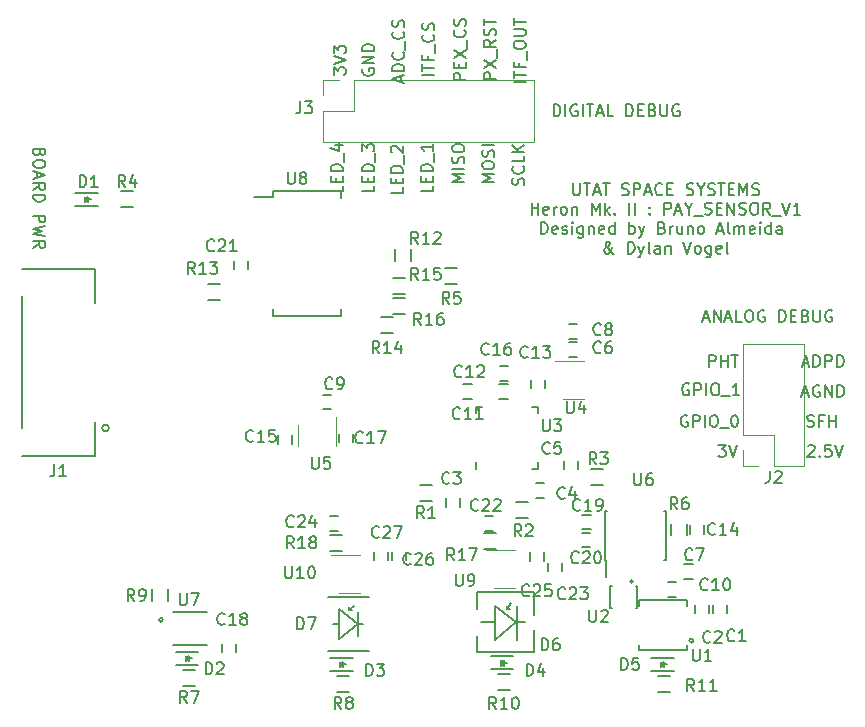
<source format=gto>
G04 #@! TF.FileFunction,Legend,Top*
%FSLAX46Y46*%
G04 Gerber Fmt 4.6, Leading zero omitted, Abs format (unit mm)*
G04 Created by KiCad (PCBNEW 4.0.6) date Monday, August 21, 2017 'PMt' 07:11:47 PM*
%MOMM*%
%LPD*%
G01*
G04 APERTURE LIST*
%ADD10C,0.100000*%
%ADD11C,0.150000*%
%ADD12C,0.120000*%
G04 APERTURE END LIST*
D10*
D11*
X146955856Y-64033381D02*
X146955856Y-64842905D01*
X147003475Y-64938143D01*
X147051094Y-64985762D01*
X147146332Y-65033381D01*
X147336809Y-65033381D01*
X147432047Y-64985762D01*
X147479666Y-64938143D01*
X147527285Y-64842905D01*
X147527285Y-64033381D01*
X147860618Y-64033381D02*
X148432047Y-64033381D01*
X148146332Y-65033381D02*
X148146332Y-64033381D01*
X148717761Y-64747667D02*
X149193952Y-64747667D01*
X148622523Y-65033381D02*
X148955856Y-64033381D01*
X149289190Y-65033381D01*
X149479666Y-64033381D02*
X150051095Y-64033381D01*
X149765380Y-65033381D02*
X149765380Y-64033381D01*
X151098714Y-64985762D02*
X151241571Y-65033381D01*
X151479667Y-65033381D01*
X151574905Y-64985762D01*
X151622524Y-64938143D01*
X151670143Y-64842905D01*
X151670143Y-64747667D01*
X151622524Y-64652429D01*
X151574905Y-64604810D01*
X151479667Y-64557190D01*
X151289190Y-64509571D01*
X151193952Y-64461952D01*
X151146333Y-64414333D01*
X151098714Y-64319095D01*
X151098714Y-64223857D01*
X151146333Y-64128619D01*
X151193952Y-64081000D01*
X151289190Y-64033381D01*
X151527286Y-64033381D01*
X151670143Y-64081000D01*
X152098714Y-65033381D02*
X152098714Y-64033381D01*
X152479667Y-64033381D01*
X152574905Y-64081000D01*
X152622524Y-64128619D01*
X152670143Y-64223857D01*
X152670143Y-64366714D01*
X152622524Y-64461952D01*
X152574905Y-64509571D01*
X152479667Y-64557190D01*
X152098714Y-64557190D01*
X153051095Y-64747667D02*
X153527286Y-64747667D01*
X152955857Y-65033381D02*
X153289190Y-64033381D01*
X153622524Y-65033381D01*
X154527286Y-64938143D02*
X154479667Y-64985762D01*
X154336810Y-65033381D01*
X154241572Y-65033381D01*
X154098714Y-64985762D01*
X154003476Y-64890524D01*
X153955857Y-64795286D01*
X153908238Y-64604810D01*
X153908238Y-64461952D01*
X153955857Y-64271476D01*
X154003476Y-64176238D01*
X154098714Y-64081000D01*
X154241572Y-64033381D01*
X154336810Y-64033381D01*
X154479667Y-64081000D01*
X154527286Y-64128619D01*
X154955857Y-64509571D02*
X155289191Y-64509571D01*
X155432048Y-65033381D02*
X154955857Y-65033381D01*
X154955857Y-64033381D01*
X155432048Y-64033381D01*
X156574905Y-64985762D02*
X156717762Y-65033381D01*
X156955858Y-65033381D01*
X157051096Y-64985762D01*
X157098715Y-64938143D01*
X157146334Y-64842905D01*
X157146334Y-64747667D01*
X157098715Y-64652429D01*
X157051096Y-64604810D01*
X156955858Y-64557190D01*
X156765381Y-64509571D01*
X156670143Y-64461952D01*
X156622524Y-64414333D01*
X156574905Y-64319095D01*
X156574905Y-64223857D01*
X156622524Y-64128619D01*
X156670143Y-64081000D01*
X156765381Y-64033381D01*
X157003477Y-64033381D01*
X157146334Y-64081000D01*
X157765381Y-64557190D02*
X157765381Y-65033381D01*
X157432048Y-64033381D02*
X157765381Y-64557190D01*
X158098715Y-64033381D01*
X158384429Y-64985762D02*
X158527286Y-65033381D01*
X158765382Y-65033381D01*
X158860620Y-64985762D01*
X158908239Y-64938143D01*
X158955858Y-64842905D01*
X158955858Y-64747667D01*
X158908239Y-64652429D01*
X158860620Y-64604810D01*
X158765382Y-64557190D01*
X158574905Y-64509571D01*
X158479667Y-64461952D01*
X158432048Y-64414333D01*
X158384429Y-64319095D01*
X158384429Y-64223857D01*
X158432048Y-64128619D01*
X158479667Y-64081000D01*
X158574905Y-64033381D01*
X158813001Y-64033381D01*
X158955858Y-64081000D01*
X159241572Y-64033381D02*
X159813001Y-64033381D01*
X159527286Y-65033381D02*
X159527286Y-64033381D01*
X160146334Y-64509571D02*
X160479668Y-64509571D01*
X160622525Y-65033381D02*
X160146334Y-65033381D01*
X160146334Y-64033381D01*
X160622525Y-64033381D01*
X161051096Y-65033381D02*
X161051096Y-64033381D01*
X161384430Y-64747667D01*
X161717763Y-64033381D01*
X161717763Y-65033381D01*
X162146334Y-64985762D02*
X162289191Y-65033381D01*
X162527287Y-65033381D01*
X162622525Y-64985762D01*
X162670144Y-64938143D01*
X162717763Y-64842905D01*
X162717763Y-64747667D01*
X162670144Y-64652429D01*
X162622525Y-64604810D01*
X162527287Y-64557190D01*
X162336810Y-64509571D01*
X162241572Y-64461952D01*
X162193953Y-64414333D01*
X162146334Y-64319095D01*
X162146334Y-64223857D01*
X162193953Y-64128619D01*
X162241572Y-64081000D01*
X162336810Y-64033381D01*
X162574906Y-64033381D01*
X162717763Y-64081000D01*
X143455857Y-66683381D02*
X143455857Y-65683381D01*
X143455857Y-66159571D02*
X144027286Y-66159571D01*
X144027286Y-66683381D02*
X144027286Y-65683381D01*
X144884429Y-66635762D02*
X144789191Y-66683381D01*
X144598714Y-66683381D01*
X144503476Y-66635762D01*
X144455857Y-66540524D01*
X144455857Y-66159571D01*
X144503476Y-66064333D01*
X144598714Y-66016714D01*
X144789191Y-66016714D01*
X144884429Y-66064333D01*
X144932048Y-66159571D01*
X144932048Y-66254810D01*
X144455857Y-66350048D01*
X145360619Y-66683381D02*
X145360619Y-66016714D01*
X145360619Y-66207190D02*
X145408238Y-66111952D01*
X145455857Y-66064333D01*
X145551095Y-66016714D01*
X145646334Y-66016714D01*
X146122524Y-66683381D02*
X146027286Y-66635762D01*
X145979667Y-66588143D01*
X145932048Y-66492905D01*
X145932048Y-66207190D01*
X145979667Y-66111952D01*
X146027286Y-66064333D01*
X146122524Y-66016714D01*
X146265382Y-66016714D01*
X146360620Y-66064333D01*
X146408239Y-66111952D01*
X146455858Y-66207190D01*
X146455858Y-66492905D01*
X146408239Y-66588143D01*
X146360620Y-66635762D01*
X146265382Y-66683381D01*
X146122524Y-66683381D01*
X146884429Y-66016714D02*
X146884429Y-66683381D01*
X146884429Y-66111952D02*
X146932048Y-66064333D01*
X147027286Y-66016714D01*
X147170144Y-66016714D01*
X147265382Y-66064333D01*
X147313001Y-66159571D01*
X147313001Y-66683381D01*
X148551096Y-66683381D02*
X148551096Y-65683381D01*
X148884430Y-66397667D01*
X149217763Y-65683381D01*
X149217763Y-66683381D01*
X149693953Y-66683381D02*
X149693953Y-65683381D01*
X149789191Y-66302429D02*
X150074906Y-66683381D01*
X150074906Y-66016714D02*
X149693953Y-66397667D01*
X150503477Y-66588143D02*
X150551096Y-66635762D01*
X150503477Y-66683381D01*
X150455858Y-66635762D01*
X150503477Y-66588143D01*
X150503477Y-66683381D01*
X151741572Y-66683381D02*
X151741572Y-65683381D01*
X152217762Y-66683381D02*
X152217762Y-65683381D01*
X153455857Y-66588143D02*
X153503476Y-66635762D01*
X153455857Y-66683381D01*
X153408238Y-66635762D01*
X153455857Y-66588143D01*
X153455857Y-66683381D01*
X153455857Y-66064333D02*
X153503476Y-66111952D01*
X153455857Y-66159571D01*
X153408238Y-66111952D01*
X153455857Y-66064333D01*
X153455857Y-66159571D01*
X154693952Y-66683381D02*
X154693952Y-65683381D01*
X155074905Y-65683381D01*
X155170143Y-65731000D01*
X155217762Y-65778619D01*
X155265381Y-65873857D01*
X155265381Y-66016714D01*
X155217762Y-66111952D01*
X155170143Y-66159571D01*
X155074905Y-66207190D01*
X154693952Y-66207190D01*
X155646333Y-66397667D02*
X156122524Y-66397667D01*
X155551095Y-66683381D02*
X155884428Y-65683381D01*
X156217762Y-66683381D01*
X156741571Y-66207190D02*
X156741571Y-66683381D01*
X156408238Y-65683381D02*
X156741571Y-66207190D01*
X157074905Y-65683381D01*
X157170143Y-66778619D02*
X157932048Y-66778619D01*
X158122524Y-66635762D02*
X158265381Y-66683381D01*
X158503477Y-66683381D01*
X158598715Y-66635762D01*
X158646334Y-66588143D01*
X158693953Y-66492905D01*
X158693953Y-66397667D01*
X158646334Y-66302429D01*
X158598715Y-66254810D01*
X158503477Y-66207190D01*
X158313000Y-66159571D01*
X158217762Y-66111952D01*
X158170143Y-66064333D01*
X158122524Y-65969095D01*
X158122524Y-65873857D01*
X158170143Y-65778619D01*
X158217762Y-65731000D01*
X158313000Y-65683381D01*
X158551096Y-65683381D01*
X158693953Y-65731000D01*
X159122524Y-66159571D02*
X159455858Y-66159571D01*
X159598715Y-66683381D02*
X159122524Y-66683381D01*
X159122524Y-65683381D01*
X159598715Y-65683381D01*
X160027286Y-66683381D02*
X160027286Y-65683381D01*
X160598715Y-66683381D01*
X160598715Y-65683381D01*
X161027286Y-66635762D02*
X161170143Y-66683381D01*
X161408239Y-66683381D01*
X161503477Y-66635762D01*
X161551096Y-66588143D01*
X161598715Y-66492905D01*
X161598715Y-66397667D01*
X161551096Y-66302429D01*
X161503477Y-66254810D01*
X161408239Y-66207190D01*
X161217762Y-66159571D01*
X161122524Y-66111952D01*
X161074905Y-66064333D01*
X161027286Y-65969095D01*
X161027286Y-65873857D01*
X161074905Y-65778619D01*
X161122524Y-65731000D01*
X161217762Y-65683381D01*
X161455858Y-65683381D01*
X161598715Y-65731000D01*
X162217762Y-65683381D02*
X162408239Y-65683381D01*
X162503477Y-65731000D01*
X162598715Y-65826238D01*
X162646334Y-66016714D01*
X162646334Y-66350048D01*
X162598715Y-66540524D01*
X162503477Y-66635762D01*
X162408239Y-66683381D01*
X162217762Y-66683381D01*
X162122524Y-66635762D01*
X162027286Y-66540524D01*
X161979667Y-66350048D01*
X161979667Y-66016714D01*
X162027286Y-65826238D01*
X162122524Y-65731000D01*
X162217762Y-65683381D01*
X163646334Y-66683381D02*
X163313000Y-66207190D01*
X163074905Y-66683381D02*
X163074905Y-65683381D01*
X163455858Y-65683381D01*
X163551096Y-65731000D01*
X163598715Y-65778619D01*
X163646334Y-65873857D01*
X163646334Y-66016714D01*
X163598715Y-66111952D01*
X163551096Y-66159571D01*
X163455858Y-66207190D01*
X163074905Y-66207190D01*
X163836810Y-66778619D02*
X164598715Y-66778619D01*
X164693953Y-65683381D02*
X165027286Y-66683381D01*
X165360620Y-65683381D01*
X166217763Y-66683381D02*
X165646334Y-66683381D01*
X165932048Y-66683381D02*
X165932048Y-65683381D01*
X165836810Y-65826238D01*
X165741572Y-65921476D01*
X165646334Y-65969095D01*
X144241570Y-68333381D02*
X144241570Y-67333381D01*
X144479665Y-67333381D01*
X144622523Y-67381000D01*
X144717761Y-67476238D01*
X144765380Y-67571476D01*
X144812999Y-67761952D01*
X144812999Y-67904810D01*
X144765380Y-68095286D01*
X144717761Y-68190524D01*
X144622523Y-68285762D01*
X144479665Y-68333381D01*
X144241570Y-68333381D01*
X145622523Y-68285762D02*
X145527285Y-68333381D01*
X145336808Y-68333381D01*
X145241570Y-68285762D01*
X145193951Y-68190524D01*
X145193951Y-67809571D01*
X145241570Y-67714333D01*
X145336808Y-67666714D01*
X145527285Y-67666714D01*
X145622523Y-67714333D01*
X145670142Y-67809571D01*
X145670142Y-67904810D01*
X145193951Y-68000048D01*
X146051094Y-68285762D02*
X146146332Y-68333381D01*
X146336808Y-68333381D01*
X146432047Y-68285762D01*
X146479666Y-68190524D01*
X146479666Y-68142905D01*
X146432047Y-68047667D01*
X146336808Y-68000048D01*
X146193951Y-68000048D01*
X146098713Y-67952429D01*
X146051094Y-67857190D01*
X146051094Y-67809571D01*
X146098713Y-67714333D01*
X146193951Y-67666714D01*
X146336808Y-67666714D01*
X146432047Y-67714333D01*
X146908237Y-68333381D02*
X146908237Y-67666714D01*
X146908237Y-67333381D02*
X146860618Y-67381000D01*
X146908237Y-67428619D01*
X146955856Y-67381000D01*
X146908237Y-67333381D01*
X146908237Y-67428619D01*
X147812999Y-67666714D02*
X147812999Y-68476238D01*
X147765380Y-68571476D01*
X147717761Y-68619095D01*
X147622522Y-68666714D01*
X147479665Y-68666714D01*
X147384427Y-68619095D01*
X147812999Y-68285762D02*
X147717761Y-68333381D01*
X147527284Y-68333381D01*
X147432046Y-68285762D01*
X147384427Y-68238143D01*
X147336808Y-68142905D01*
X147336808Y-67857190D01*
X147384427Y-67761952D01*
X147432046Y-67714333D01*
X147527284Y-67666714D01*
X147717761Y-67666714D01*
X147812999Y-67714333D01*
X148289189Y-67666714D02*
X148289189Y-68333381D01*
X148289189Y-67761952D02*
X148336808Y-67714333D01*
X148432046Y-67666714D01*
X148574904Y-67666714D01*
X148670142Y-67714333D01*
X148717761Y-67809571D01*
X148717761Y-68333381D01*
X149574904Y-68285762D02*
X149479666Y-68333381D01*
X149289189Y-68333381D01*
X149193951Y-68285762D01*
X149146332Y-68190524D01*
X149146332Y-67809571D01*
X149193951Y-67714333D01*
X149289189Y-67666714D01*
X149479666Y-67666714D01*
X149574904Y-67714333D01*
X149622523Y-67809571D01*
X149622523Y-67904810D01*
X149146332Y-68000048D01*
X150479666Y-68333381D02*
X150479666Y-67333381D01*
X150479666Y-68285762D02*
X150384428Y-68333381D01*
X150193951Y-68333381D01*
X150098713Y-68285762D01*
X150051094Y-68238143D01*
X150003475Y-68142905D01*
X150003475Y-67857190D01*
X150051094Y-67761952D01*
X150098713Y-67714333D01*
X150193951Y-67666714D01*
X150384428Y-67666714D01*
X150479666Y-67714333D01*
X151717761Y-68333381D02*
X151717761Y-67333381D01*
X151717761Y-67714333D02*
X151812999Y-67666714D01*
X152003476Y-67666714D01*
X152098714Y-67714333D01*
X152146333Y-67761952D01*
X152193952Y-67857190D01*
X152193952Y-68142905D01*
X152146333Y-68238143D01*
X152098714Y-68285762D01*
X152003476Y-68333381D01*
X151812999Y-68333381D01*
X151717761Y-68285762D01*
X152527285Y-67666714D02*
X152765380Y-68333381D01*
X153003476Y-67666714D02*
X152765380Y-68333381D01*
X152670142Y-68571476D01*
X152622523Y-68619095D01*
X152527285Y-68666714D01*
X154479667Y-67809571D02*
X154622524Y-67857190D01*
X154670143Y-67904810D01*
X154717762Y-68000048D01*
X154717762Y-68142905D01*
X154670143Y-68238143D01*
X154622524Y-68285762D01*
X154527286Y-68333381D01*
X154146333Y-68333381D01*
X154146333Y-67333381D01*
X154479667Y-67333381D01*
X154574905Y-67381000D01*
X154622524Y-67428619D01*
X154670143Y-67523857D01*
X154670143Y-67619095D01*
X154622524Y-67714333D01*
X154574905Y-67761952D01*
X154479667Y-67809571D01*
X154146333Y-67809571D01*
X155146333Y-68333381D02*
X155146333Y-67666714D01*
X155146333Y-67857190D02*
X155193952Y-67761952D01*
X155241571Y-67714333D01*
X155336809Y-67666714D01*
X155432048Y-67666714D01*
X156193953Y-67666714D02*
X156193953Y-68333381D01*
X155765381Y-67666714D02*
X155765381Y-68190524D01*
X155813000Y-68285762D01*
X155908238Y-68333381D01*
X156051096Y-68333381D01*
X156146334Y-68285762D01*
X156193953Y-68238143D01*
X156670143Y-67666714D02*
X156670143Y-68333381D01*
X156670143Y-67761952D02*
X156717762Y-67714333D01*
X156813000Y-67666714D01*
X156955858Y-67666714D01*
X157051096Y-67714333D01*
X157098715Y-67809571D01*
X157098715Y-68333381D01*
X157717762Y-68333381D02*
X157622524Y-68285762D01*
X157574905Y-68238143D01*
X157527286Y-68142905D01*
X157527286Y-67857190D01*
X157574905Y-67761952D01*
X157622524Y-67714333D01*
X157717762Y-67666714D01*
X157860620Y-67666714D01*
X157955858Y-67714333D01*
X158003477Y-67761952D01*
X158051096Y-67857190D01*
X158051096Y-68142905D01*
X158003477Y-68238143D01*
X157955858Y-68285762D01*
X157860620Y-68333381D01*
X157717762Y-68333381D01*
X159193953Y-68047667D02*
X159670144Y-68047667D01*
X159098715Y-68333381D02*
X159432048Y-67333381D01*
X159765382Y-68333381D01*
X160241572Y-68333381D02*
X160146334Y-68285762D01*
X160098715Y-68190524D01*
X160098715Y-67333381D01*
X160622525Y-68333381D02*
X160622525Y-67666714D01*
X160622525Y-67761952D02*
X160670144Y-67714333D01*
X160765382Y-67666714D01*
X160908240Y-67666714D01*
X161003478Y-67714333D01*
X161051097Y-67809571D01*
X161051097Y-68333381D01*
X161051097Y-67809571D02*
X161098716Y-67714333D01*
X161193954Y-67666714D01*
X161336811Y-67666714D01*
X161432049Y-67714333D01*
X161479668Y-67809571D01*
X161479668Y-68333381D01*
X162336811Y-68285762D02*
X162241573Y-68333381D01*
X162051096Y-68333381D01*
X161955858Y-68285762D01*
X161908239Y-68190524D01*
X161908239Y-67809571D01*
X161955858Y-67714333D01*
X162051096Y-67666714D01*
X162241573Y-67666714D01*
X162336811Y-67714333D01*
X162384430Y-67809571D01*
X162384430Y-67904810D01*
X161908239Y-68000048D01*
X162813001Y-68333381D02*
X162813001Y-67666714D01*
X162813001Y-67333381D02*
X162765382Y-67381000D01*
X162813001Y-67428619D01*
X162860620Y-67381000D01*
X162813001Y-67333381D01*
X162813001Y-67428619D01*
X163717763Y-68333381D02*
X163717763Y-67333381D01*
X163717763Y-68285762D02*
X163622525Y-68333381D01*
X163432048Y-68333381D01*
X163336810Y-68285762D01*
X163289191Y-68238143D01*
X163241572Y-68142905D01*
X163241572Y-67857190D01*
X163289191Y-67761952D01*
X163336810Y-67714333D01*
X163432048Y-67666714D01*
X163622525Y-67666714D01*
X163717763Y-67714333D01*
X164622525Y-68333381D02*
X164622525Y-67809571D01*
X164574906Y-67714333D01*
X164479668Y-67666714D01*
X164289191Y-67666714D01*
X164193953Y-67714333D01*
X164622525Y-68285762D02*
X164527287Y-68333381D01*
X164289191Y-68333381D01*
X164193953Y-68285762D01*
X164146334Y-68190524D01*
X164146334Y-68095286D01*
X164193953Y-68000048D01*
X164289191Y-67952429D01*
X164527287Y-67952429D01*
X164622525Y-67904810D01*
X150408237Y-69983381D02*
X150360618Y-69983381D01*
X150265380Y-69935762D01*
X150122523Y-69792905D01*
X149884428Y-69507190D01*
X149789189Y-69364333D01*
X149741570Y-69221476D01*
X149741570Y-69126238D01*
X149789189Y-69031000D01*
X149884428Y-68983381D01*
X149932047Y-68983381D01*
X150027285Y-69031000D01*
X150074904Y-69126238D01*
X150074904Y-69173857D01*
X150027285Y-69269095D01*
X149979666Y-69316714D01*
X149693951Y-69507190D01*
X149646332Y-69554810D01*
X149598713Y-69650048D01*
X149598713Y-69792905D01*
X149646332Y-69888143D01*
X149693951Y-69935762D01*
X149789189Y-69983381D01*
X149932047Y-69983381D01*
X150027285Y-69935762D01*
X150074904Y-69888143D01*
X150217761Y-69697667D01*
X150265380Y-69554810D01*
X150265380Y-69459571D01*
X151598713Y-69983381D02*
X151598713Y-68983381D01*
X151836808Y-68983381D01*
X151979666Y-69031000D01*
X152074904Y-69126238D01*
X152122523Y-69221476D01*
X152170142Y-69411952D01*
X152170142Y-69554810D01*
X152122523Y-69745286D01*
X152074904Y-69840524D01*
X151979666Y-69935762D01*
X151836808Y-69983381D01*
X151598713Y-69983381D01*
X152503475Y-69316714D02*
X152741570Y-69983381D01*
X152979666Y-69316714D02*
X152741570Y-69983381D01*
X152646332Y-70221476D01*
X152598713Y-70269095D01*
X152503475Y-70316714D01*
X153503475Y-69983381D02*
X153408237Y-69935762D01*
X153360618Y-69840524D01*
X153360618Y-68983381D01*
X154313000Y-69983381D02*
X154313000Y-69459571D01*
X154265381Y-69364333D01*
X154170143Y-69316714D01*
X153979666Y-69316714D01*
X153884428Y-69364333D01*
X154313000Y-69935762D02*
X154217762Y-69983381D01*
X153979666Y-69983381D01*
X153884428Y-69935762D01*
X153836809Y-69840524D01*
X153836809Y-69745286D01*
X153884428Y-69650048D01*
X153979666Y-69602429D01*
X154217762Y-69602429D01*
X154313000Y-69554810D01*
X154789190Y-69316714D02*
X154789190Y-69983381D01*
X154789190Y-69411952D02*
X154836809Y-69364333D01*
X154932047Y-69316714D01*
X155074905Y-69316714D01*
X155170143Y-69364333D01*
X155217762Y-69459571D01*
X155217762Y-69983381D01*
X156313000Y-68983381D02*
X156646333Y-69983381D01*
X156979667Y-68983381D01*
X157455857Y-69983381D02*
X157360619Y-69935762D01*
X157313000Y-69888143D01*
X157265381Y-69792905D01*
X157265381Y-69507190D01*
X157313000Y-69411952D01*
X157360619Y-69364333D01*
X157455857Y-69316714D01*
X157598715Y-69316714D01*
X157693953Y-69364333D01*
X157741572Y-69411952D01*
X157789191Y-69507190D01*
X157789191Y-69792905D01*
X157741572Y-69888143D01*
X157693953Y-69935762D01*
X157598715Y-69983381D01*
X157455857Y-69983381D01*
X158646334Y-69316714D02*
X158646334Y-70126238D01*
X158598715Y-70221476D01*
X158551096Y-70269095D01*
X158455857Y-70316714D01*
X158313000Y-70316714D01*
X158217762Y-70269095D01*
X158646334Y-69935762D02*
X158551096Y-69983381D01*
X158360619Y-69983381D01*
X158265381Y-69935762D01*
X158217762Y-69888143D01*
X158170143Y-69792905D01*
X158170143Y-69507190D01*
X158217762Y-69411952D01*
X158265381Y-69364333D01*
X158360619Y-69316714D01*
X158551096Y-69316714D01*
X158646334Y-69364333D01*
X159503477Y-69935762D02*
X159408239Y-69983381D01*
X159217762Y-69983381D01*
X159122524Y-69935762D01*
X159074905Y-69840524D01*
X159074905Y-69459571D01*
X159122524Y-69364333D01*
X159217762Y-69316714D01*
X159408239Y-69316714D01*
X159503477Y-69364333D01*
X159551096Y-69459571D01*
X159551096Y-69554810D01*
X159074905Y-69650048D01*
X160122524Y-69983381D02*
X160027286Y-69935762D01*
X159979667Y-69840524D01*
X159979667Y-68983381D01*
X127452381Y-64238000D02*
X127452381Y-64714191D01*
X126452381Y-64714191D01*
X126928571Y-63904667D02*
X126928571Y-63571333D01*
X127452381Y-63428476D02*
X127452381Y-63904667D01*
X126452381Y-63904667D01*
X126452381Y-63428476D01*
X127452381Y-62999905D02*
X126452381Y-62999905D01*
X126452381Y-62761810D01*
X126500000Y-62618952D01*
X126595238Y-62523714D01*
X126690476Y-62476095D01*
X126880952Y-62428476D01*
X127023810Y-62428476D01*
X127214286Y-62476095D01*
X127309524Y-62523714D01*
X127404762Y-62618952D01*
X127452381Y-62761810D01*
X127452381Y-62999905D01*
X127547619Y-62238000D02*
X127547619Y-61476095D01*
X126785714Y-60809428D02*
X127452381Y-60809428D01*
X126404762Y-61047524D02*
X127119048Y-61285619D01*
X127119048Y-60666571D01*
X130119381Y-64238000D02*
X130119381Y-64714191D01*
X129119381Y-64714191D01*
X129595571Y-63904667D02*
X129595571Y-63571333D01*
X130119381Y-63428476D02*
X130119381Y-63904667D01*
X129119381Y-63904667D01*
X129119381Y-63428476D01*
X130119381Y-62999905D02*
X129119381Y-62999905D01*
X129119381Y-62761810D01*
X129167000Y-62618952D01*
X129262238Y-62523714D01*
X129357476Y-62476095D01*
X129547952Y-62428476D01*
X129690810Y-62428476D01*
X129881286Y-62476095D01*
X129976524Y-62523714D01*
X130071762Y-62618952D01*
X130119381Y-62761810D01*
X130119381Y-62999905D01*
X130214619Y-62238000D02*
X130214619Y-61476095D01*
X129119381Y-61333238D02*
X129119381Y-60714190D01*
X129500333Y-61047524D01*
X129500333Y-60904666D01*
X129547952Y-60809428D01*
X129595571Y-60761809D01*
X129690810Y-60714190D01*
X129928905Y-60714190D01*
X130024143Y-60761809D01*
X130071762Y-60809428D01*
X130119381Y-60904666D01*
X130119381Y-61190381D01*
X130071762Y-61285619D01*
X130024143Y-61333238D01*
X132532381Y-64365000D02*
X132532381Y-64841191D01*
X131532381Y-64841191D01*
X132008571Y-64031667D02*
X132008571Y-63698333D01*
X132532381Y-63555476D02*
X132532381Y-64031667D01*
X131532381Y-64031667D01*
X131532381Y-63555476D01*
X132532381Y-63126905D02*
X131532381Y-63126905D01*
X131532381Y-62888810D01*
X131580000Y-62745952D01*
X131675238Y-62650714D01*
X131770476Y-62603095D01*
X131960952Y-62555476D01*
X132103810Y-62555476D01*
X132294286Y-62603095D01*
X132389524Y-62650714D01*
X132484762Y-62745952D01*
X132532381Y-62888810D01*
X132532381Y-63126905D01*
X132627619Y-62365000D02*
X132627619Y-61603095D01*
X131627619Y-61412619D02*
X131580000Y-61365000D01*
X131532381Y-61269762D01*
X131532381Y-61031666D01*
X131580000Y-60936428D01*
X131627619Y-60888809D01*
X131722857Y-60841190D01*
X131818095Y-60841190D01*
X131960952Y-60888809D01*
X132532381Y-61460238D01*
X132532381Y-60841190D01*
X135072381Y-64238000D02*
X135072381Y-64714191D01*
X134072381Y-64714191D01*
X134548571Y-63904667D02*
X134548571Y-63571333D01*
X135072381Y-63428476D02*
X135072381Y-63904667D01*
X134072381Y-63904667D01*
X134072381Y-63428476D01*
X135072381Y-62999905D02*
X134072381Y-62999905D01*
X134072381Y-62761810D01*
X134120000Y-62618952D01*
X134215238Y-62523714D01*
X134310476Y-62476095D01*
X134500952Y-62428476D01*
X134643810Y-62428476D01*
X134834286Y-62476095D01*
X134929524Y-62523714D01*
X135024762Y-62618952D01*
X135072381Y-62761810D01*
X135072381Y-62999905D01*
X135167619Y-62238000D02*
X135167619Y-61476095D01*
X135072381Y-60714190D02*
X135072381Y-61285619D01*
X135072381Y-60999905D02*
X134072381Y-60999905D01*
X134215238Y-61095143D01*
X134310476Y-61190381D01*
X134358095Y-61285619D01*
X137739381Y-63928428D02*
X136739381Y-63928428D01*
X137453667Y-63595094D01*
X136739381Y-63261761D01*
X137739381Y-63261761D01*
X137739381Y-62785571D02*
X136739381Y-62785571D01*
X137691762Y-62357000D02*
X137739381Y-62214143D01*
X137739381Y-61976047D01*
X137691762Y-61880809D01*
X137644143Y-61833190D01*
X137548905Y-61785571D01*
X137453667Y-61785571D01*
X137358429Y-61833190D01*
X137310810Y-61880809D01*
X137263190Y-61976047D01*
X137215571Y-62166524D01*
X137167952Y-62261762D01*
X137120333Y-62309381D01*
X137025095Y-62357000D01*
X136929857Y-62357000D01*
X136834619Y-62309381D01*
X136787000Y-62261762D01*
X136739381Y-62166524D01*
X136739381Y-61928428D01*
X136787000Y-61785571D01*
X136739381Y-61166524D02*
X136739381Y-60976047D01*
X136787000Y-60880809D01*
X136882238Y-60785571D01*
X137072714Y-60737952D01*
X137406048Y-60737952D01*
X137596524Y-60785571D01*
X137691762Y-60880809D01*
X137739381Y-60976047D01*
X137739381Y-61166524D01*
X137691762Y-61261762D01*
X137596524Y-61357000D01*
X137406048Y-61404619D01*
X137072714Y-61404619D01*
X136882238Y-61357000D01*
X136787000Y-61261762D01*
X136739381Y-61166524D01*
X140279381Y-63928428D02*
X139279381Y-63928428D01*
X139993667Y-63595094D01*
X139279381Y-63261761D01*
X140279381Y-63261761D01*
X139279381Y-62595095D02*
X139279381Y-62404618D01*
X139327000Y-62309380D01*
X139422238Y-62214142D01*
X139612714Y-62166523D01*
X139946048Y-62166523D01*
X140136524Y-62214142D01*
X140231762Y-62309380D01*
X140279381Y-62404618D01*
X140279381Y-62595095D01*
X140231762Y-62690333D01*
X140136524Y-62785571D01*
X139946048Y-62833190D01*
X139612714Y-62833190D01*
X139422238Y-62785571D01*
X139327000Y-62690333D01*
X139279381Y-62595095D01*
X140231762Y-61785571D02*
X140279381Y-61642714D01*
X140279381Y-61404618D01*
X140231762Y-61309380D01*
X140184143Y-61261761D01*
X140088905Y-61214142D01*
X139993667Y-61214142D01*
X139898429Y-61261761D01*
X139850810Y-61309380D01*
X139803190Y-61404618D01*
X139755571Y-61595095D01*
X139707952Y-61690333D01*
X139660333Y-61737952D01*
X139565095Y-61785571D01*
X139469857Y-61785571D01*
X139374619Y-61737952D01*
X139327000Y-61690333D01*
X139279381Y-61595095D01*
X139279381Y-61356999D01*
X139327000Y-61214142D01*
X140279381Y-60785571D02*
X139279381Y-60785571D01*
X142771762Y-64174476D02*
X142819381Y-64031619D01*
X142819381Y-63793523D01*
X142771762Y-63698285D01*
X142724143Y-63650666D01*
X142628905Y-63603047D01*
X142533667Y-63603047D01*
X142438429Y-63650666D01*
X142390810Y-63698285D01*
X142343190Y-63793523D01*
X142295571Y-63984000D01*
X142247952Y-64079238D01*
X142200333Y-64126857D01*
X142105095Y-64174476D01*
X142009857Y-64174476D01*
X141914619Y-64126857D01*
X141867000Y-64079238D01*
X141819381Y-63984000D01*
X141819381Y-63745904D01*
X141867000Y-63603047D01*
X142724143Y-62603047D02*
X142771762Y-62650666D01*
X142819381Y-62793523D01*
X142819381Y-62888761D01*
X142771762Y-63031619D01*
X142676524Y-63126857D01*
X142581286Y-63174476D01*
X142390810Y-63222095D01*
X142247952Y-63222095D01*
X142057476Y-63174476D01*
X141962238Y-63126857D01*
X141867000Y-63031619D01*
X141819381Y-62888761D01*
X141819381Y-62793523D01*
X141867000Y-62650666D01*
X141914619Y-62603047D01*
X142819381Y-61698285D02*
X142819381Y-62174476D01*
X141819381Y-62174476D01*
X142819381Y-61364952D02*
X141819381Y-61364952D01*
X142819381Y-60793523D02*
X142247952Y-61222095D01*
X141819381Y-60793523D02*
X142390810Y-61364952D01*
X142946381Y-55451048D02*
X141946381Y-55451048D01*
X141946381Y-55117715D02*
X141946381Y-54546286D01*
X142946381Y-54832001D02*
X141946381Y-54832001D01*
X142422571Y-53879619D02*
X142422571Y-54212953D01*
X142946381Y-54212953D02*
X141946381Y-54212953D01*
X141946381Y-53736762D01*
X143041619Y-53593905D02*
X143041619Y-52832000D01*
X141946381Y-52403429D02*
X141946381Y-52212952D01*
X141994000Y-52117714D01*
X142089238Y-52022476D01*
X142279714Y-51974857D01*
X142613048Y-51974857D01*
X142803524Y-52022476D01*
X142898762Y-52117714D01*
X142946381Y-52212952D01*
X142946381Y-52403429D01*
X142898762Y-52498667D01*
X142803524Y-52593905D01*
X142613048Y-52641524D01*
X142279714Y-52641524D01*
X142089238Y-52593905D01*
X141994000Y-52498667D01*
X141946381Y-52403429D01*
X141946381Y-51546286D02*
X142755905Y-51546286D01*
X142851143Y-51498667D01*
X142898762Y-51451048D01*
X142946381Y-51355810D01*
X142946381Y-51165333D01*
X142898762Y-51070095D01*
X142851143Y-51022476D01*
X142755905Y-50974857D01*
X141946381Y-50974857D01*
X141946381Y-50641524D02*
X141946381Y-50070095D01*
X142946381Y-50355810D02*
X141946381Y-50355810D01*
X140406381Y-55181191D02*
X139406381Y-55181191D01*
X139406381Y-54800238D01*
X139454000Y-54705000D01*
X139501619Y-54657381D01*
X139596857Y-54609762D01*
X139739714Y-54609762D01*
X139834952Y-54657381D01*
X139882571Y-54705000D01*
X139930190Y-54800238D01*
X139930190Y-55181191D01*
X139406381Y-54276429D02*
X140406381Y-53609762D01*
X139406381Y-53609762D02*
X140406381Y-54276429D01*
X140501619Y-53466905D02*
X140501619Y-52705000D01*
X140406381Y-51895476D02*
X139930190Y-52228810D01*
X140406381Y-52466905D02*
X139406381Y-52466905D01*
X139406381Y-52085952D01*
X139454000Y-51990714D01*
X139501619Y-51943095D01*
X139596857Y-51895476D01*
X139739714Y-51895476D01*
X139834952Y-51943095D01*
X139882571Y-51990714D01*
X139930190Y-52085952D01*
X139930190Y-52466905D01*
X140358762Y-51514524D02*
X140406381Y-51371667D01*
X140406381Y-51133571D01*
X140358762Y-51038333D01*
X140311143Y-50990714D01*
X140215905Y-50943095D01*
X140120667Y-50943095D01*
X140025429Y-50990714D01*
X139977810Y-51038333D01*
X139930190Y-51133571D01*
X139882571Y-51324048D01*
X139834952Y-51419286D01*
X139787333Y-51466905D01*
X139692095Y-51514524D01*
X139596857Y-51514524D01*
X139501619Y-51466905D01*
X139454000Y-51419286D01*
X139406381Y-51324048D01*
X139406381Y-51085952D01*
X139454000Y-50943095D01*
X139406381Y-50657381D02*
X139406381Y-50085952D01*
X140406381Y-50371667D02*
X139406381Y-50371667D01*
X137866381Y-55252619D02*
X136866381Y-55252619D01*
X136866381Y-54871666D01*
X136914000Y-54776428D01*
X136961619Y-54728809D01*
X137056857Y-54681190D01*
X137199714Y-54681190D01*
X137294952Y-54728809D01*
X137342571Y-54776428D01*
X137390190Y-54871666D01*
X137390190Y-55252619D01*
X137342571Y-54252619D02*
X137342571Y-53919285D01*
X137866381Y-53776428D02*
X137866381Y-54252619D01*
X136866381Y-54252619D01*
X136866381Y-53776428D01*
X136866381Y-53443095D02*
X137866381Y-52776428D01*
X136866381Y-52776428D02*
X137866381Y-53443095D01*
X137961619Y-52633571D02*
X137961619Y-51871666D01*
X137771143Y-51062142D02*
X137818762Y-51109761D01*
X137866381Y-51252618D01*
X137866381Y-51347856D01*
X137818762Y-51490714D01*
X137723524Y-51585952D01*
X137628286Y-51633571D01*
X137437810Y-51681190D01*
X137294952Y-51681190D01*
X137104476Y-51633571D01*
X137009238Y-51585952D01*
X136914000Y-51490714D01*
X136866381Y-51347856D01*
X136866381Y-51252618D01*
X136914000Y-51109761D01*
X136961619Y-51062142D01*
X137818762Y-50681190D02*
X137866381Y-50538333D01*
X137866381Y-50300237D01*
X137818762Y-50204999D01*
X137771143Y-50157380D01*
X137675905Y-50109761D01*
X137580667Y-50109761D01*
X137485429Y-50157380D01*
X137437810Y-50204999D01*
X137390190Y-50300237D01*
X137342571Y-50490714D01*
X137294952Y-50585952D01*
X137247333Y-50633571D01*
X137152095Y-50681190D01*
X137056857Y-50681190D01*
X136961619Y-50633571D01*
X136914000Y-50585952D01*
X136866381Y-50490714D01*
X136866381Y-50252618D01*
X136914000Y-50109761D01*
X135199381Y-54871667D02*
X134199381Y-54871667D01*
X134199381Y-54538334D02*
X134199381Y-53966905D01*
X135199381Y-54252620D02*
X134199381Y-54252620D01*
X134675571Y-53300238D02*
X134675571Y-53633572D01*
X135199381Y-53633572D02*
X134199381Y-53633572D01*
X134199381Y-53157381D01*
X135294619Y-53014524D02*
X135294619Y-52252619D01*
X135104143Y-51443095D02*
X135151762Y-51490714D01*
X135199381Y-51633571D01*
X135199381Y-51728809D01*
X135151762Y-51871667D01*
X135056524Y-51966905D01*
X134961286Y-52014524D01*
X134770810Y-52062143D01*
X134627952Y-52062143D01*
X134437476Y-52014524D01*
X134342238Y-51966905D01*
X134247000Y-51871667D01*
X134199381Y-51728809D01*
X134199381Y-51633571D01*
X134247000Y-51490714D01*
X134294619Y-51443095D01*
X135151762Y-51062143D02*
X135199381Y-50919286D01*
X135199381Y-50681190D01*
X135151762Y-50585952D01*
X135104143Y-50538333D01*
X135008905Y-50490714D01*
X134913667Y-50490714D01*
X134818429Y-50538333D01*
X134770810Y-50585952D01*
X134723190Y-50681190D01*
X134675571Y-50871667D01*
X134627952Y-50966905D01*
X134580333Y-51014524D01*
X134485095Y-51062143D01*
X134389857Y-51062143D01*
X134294619Y-51014524D01*
X134247000Y-50966905D01*
X134199381Y-50871667D01*
X134199381Y-50633571D01*
X134247000Y-50490714D01*
X132373667Y-55427238D02*
X132373667Y-54951047D01*
X132659381Y-55522476D02*
X131659381Y-55189143D01*
X132659381Y-54855809D01*
X132659381Y-54522476D02*
X131659381Y-54522476D01*
X131659381Y-54284381D01*
X131707000Y-54141523D01*
X131802238Y-54046285D01*
X131897476Y-53998666D01*
X132087952Y-53951047D01*
X132230810Y-53951047D01*
X132421286Y-53998666D01*
X132516524Y-54046285D01*
X132611762Y-54141523D01*
X132659381Y-54284381D01*
X132659381Y-54522476D01*
X132564143Y-52951047D02*
X132611762Y-52998666D01*
X132659381Y-53141523D01*
X132659381Y-53236761D01*
X132611762Y-53379619D01*
X132516524Y-53474857D01*
X132421286Y-53522476D01*
X132230810Y-53570095D01*
X132087952Y-53570095D01*
X131897476Y-53522476D01*
X131802238Y-53474857D01*
X131707000Y-53379619D01*
X131659381Y-53236761D01*
X131659381Y-53141523D01*
X131707000Y-52998666D01*
X131754619Y-52951047D01*
X132754619Y-52760571D02*
X132754619Y-51998666D01*
X132564143Y-51189142D02*
X132611762Y-51236761D01*
X132659381Y-51379618D01*
X132659381Y-51474856D01*
X132611762Y-51617714D01*
X132516524Y-51712952D01*
X132421286Y-51760571D01*
X132230810Y-51808190D01*
X132087952Y-51808190D01*
X131897476Y-51760571D01*
X131802238Y-51712952D01*
X131707000Y-51617714D01*
X131659381Y-51474856D01*
X131659381Y-51379618D01*
X131707000Y-51236761D01*
X131754619Y-51189142D01*
X132611762Y-50808190D02*
X132659381Y-50665333D01*
X132659381Y-50427237D01*
X132611762Y-50331999D01*
X132564143Y-50284380D01*
X132468905Y-50236761D01*
X132373667Y-50236761D01*
X132278429Y-50284380D01*
X132230810Y-50331999D01*
X132183190Y-50427237D01*
X132135571Y-50617714D01*
X132087952Y-50712952D01*
X132040333Y-50760571D01*
X131945095Y-50808190D01*
X131849857Y-50808190D01*
X131754619Y-50760571D01*
X131707000Y-50712952D01*
X131659381Y-50617714D01*
X131659381Y-50379618D01*
X131707000Y-50236761D01*
X129167000Y-54355904D02*
X129119381Y-54451142D01*
X129119381Y-54593999D01*
X129167000Y-54736857D01*
X129262238Y-54832095D01*
X129357476Y-54879714D01*
X129547952Y-54927333D01*
X129690810Y-54927333D01*
X129881286Y-54879714D01*
X129976524Y-54832095D01*
X130071762Y-54736857D01*
X130119381Y-54593999D01*
X130119381Y-54498761D01*
X130071762Y-54355904D01*
X130024143Y-54308285D01*
X129690810Y-54308285D01*
X129690810Y-54498761D01*
X130119381Y-53879714D02*
X129119381Y-53879714D01*
X130119381Y-53308285D01*
X129119381Y-53308285D01*
X130119381Y-52832095D02*
X129119381Y-52832095D01*
X129119381Y-52594000D01*
X129167000Y-52451142D01*
X129262238Y-52355904D01*
X129357476Y-52308285D01*
X129547952Y-52260666D01*
X129690810Y-52260666D01*
X129881286Y-52308285D01*
X129976524Y-52355904D01*
X130071762Y-52451142D01*
X130119381Y-52594000D01*
X130119381Y-52832095D01*
X126706381Y-54832095D02*
X126706381Y-54213047D01*
X127087333Y-54546381D01*
X127087333Y-54403523D01*
X127134952Y-54308285D01*
X127182571Y-54260666D01*
X127277810Y-54213047D01*
X127515905Y-54213047D01*
X127611143Y-54260666D01*
X127658762Y-54308285D01*
X127706381Y-54403523D01*
X127706381Y-54689238D01*
X127658762Y-54784476D01*
X127611143Y-54832095D01*
X126706381Y-53927333D02*
X127706381Y-53594000D01*
X126706381Y-53260666D01*
X126706381Y-53022571D02*
X126706381Y-52403523D01*
X127087333Y-52736857D01*
X127087333Y-52593999D01*
X127134952Y-52498761D01*
X127182571Y-52451142D01*
X127277810Y-52403523D01*
X127515905Y-52403523D01*
X127611143Y-52451142D01*
X127658762Y-52498761D01*
X127706381Y-52593999D01*
X127706381Y-52879714D01*
X127658762Y-52974952D01*
X127611143Y-53022571D01*
X166409905Y-79287667D02*
X166886096Y-79287667D01*
X166314667Y-79573381D02*
X166648000Y-78573381D01*
X166981334Y-79573381D01*
X167314667Y-79573381D02*
X167314667Y-78573381D01*
X167552762Y-78573381D01*
X167695620Y-78621000D01*
X167790858Y-78716238D01*
X167838477Y-78811476D01*
X167886096Y-79001952D01*
X167886096Y-79144810D01*
X167838477Y-79335286D01*
X167790858Y-79430524D01*
X167695620Y-79525762D01*
X167552762Y-79573381D01*
X167314667Y-79573381D01*
X168314667Y-79573381D02*
X168314667Y-78573381D01*
X168695620Y-78573381D01*
X168790858Y-78621000D01*
X168838477Y-78668619D01*
X168886096Y-78763857D01*
X168886096Y-78906714D01*
X168838477Y-79001952D01*
X168790858Y-79049571D01*
X168695620Y-79097190D01*
X168314667Y-79097190D01*
X169314667Y-79573381D02*
X169314667Y-78573381D01*
X169552762Y-78573381D01*
X169695620Y-78621000D01*
X169790858Y-78716238D01*
X169838477Y-78811476D01*
X169886096Y-79001952D01*
X169886096Y-79144810D01*
X169838477Y-79335286D01*
X169790858Y-79430524D01*
X169695620Y-79525762D01*
X169552762Y-79573381D01*
X169314667Y-79573381D01*
X166386095Y-81827667D02*
X166862286Y-81827667D01*
X166290857Y-82113381D02*
X166624190Y-81113381D01*
X166957524Y-82113381D01*
X167814667Y-81161000D02*
X167719429Y-81113381D01*
X167576572Y-81113381D01*
X167433714Y-81161000D01*
X167338476Y-81256238D01*
X167290857Y-81351476D01*
X167243238Y-81541952D01*
X167243238Y-81684810D01*
X167290857Y-81875286D01*
X167338476Y-81970524D01*
X167433714Y-82065762D01*
X167576572Y-82113381D01*
X167671810Y-82113381D01*
X167814667Y-82065762D01*
X167862286Y-82018143D01*
X167862286Y-81684810D01*
X167671810Y-81684810D01*
X168290857Y-82113381D02*
X168290857Y-81113381D01*
X168862286Y-82113381D01*
X168862286Y-81113381D01*
X169338476Y-82113381D02*
X169338476Y-81113381D01*
X169576571Y-81113381D01*
X169719429Y-81161000D01*
X169814667Y-81256238D01*
X169862286Y-81351476D01*
X169909905Y-81541952D01*
X169909905Y-81684810D01*
X169862286Y-81875286D01*
X169814667Y-81970524D01*
X169719429Y-82065762D01*
X169576571Y-82113381D01*
X169338476Y-82113381D01*
X166782905Y-84605762D02*
X166925762Y-84653381D01*
X167163858Y-84653381D01*
X167259096Y-84605762D01*
X167306715Y-84558143D01*
X167354334Y-84462905D01*
X167354334Y-84367667D01*
X167306715Y-84272429D01*
X167259096Y-84224810D01*
X167163858Y-84177190D01*
X166973381Y-84129571D01*
X166878143Y-84081952D01*
X166830524Y-84034333D01*
X166782905Y-83939095D01*
X166782905Y-83843857D01*
X166830524Y-83748619D01*
X166878143Y-83701000D01*
X166973381Y-83653381D01*
X167211477Y-83653381D01*
X167354334Y-83701000D01*
X168116239Y-84129571D02*
X167782905Y-84129571D01*
X167782905Y-84653381D02*
X167782905Y-83653381D01*
X168259096Y-83653381D01*
X168640048Y-84653381D02*
X168640048Y-83653381D01*
X168640048Y-84129571D02*
X169211477Y-84129571D01*
X169211477Y-84653381D02*
X169211477Y-83653381D01*
X166846429Y-86288619D02*
X166894048Y-86241000D01*
X166989286Y-86193381D01*
X167227382Y-86193381D01*
X167322620Y-86241000D01*
X167370239Y-86288619D01*
X167417858Y-86383857D01*
X167417858Y-86479095D01*
X167370239Y-86621952D01*
X166798810Y-87193381D01*
X167417858Y-87193381D01*
X167846429Y-87098143D02*
X167894048Y-87145762D01*
X167846429Y-87193381D01*
X167798810Y-87145762D01*
X167846429Y-87098143D01*
X167846429Y-87193381D01*
X168798810Y-86193381D02*
X168322619Y-86193381D01*
X168275000Y-86669571D01*
X168322619Y-86621952D01*
X168417857Y-86574333D01*
X168655953Y-86574333D01*
X168751191Y-86621952D01*
X168798810Y-86669571D01*
X168846429Y-86764810D01*
X168846429Y-87002905D01*
X168798810Y-87098143D01*
X168751191Y-87145762D01*
X168655953Y-87193381D01*
X168417857Y-87193381D01*
X168322619Y-87145762D01*
X168275000Y-87098143D01*
X169132143Y-86193381D02*
X169465476Y-87193381D01*
X169798810Y-86193381D01*
X159258095Y-86193381D02*
X159877143Y-86193381D01*
X159543809Y-86574333D01*
X159686667Y-86574333D01*
X159781905Y-86621952D01*
X159829524Y-86669571D01*
X159877143Y-86764810D01*
X159877143Y-87002905D01*
X159829524Y-87098143D01*
X159781905Y-87145762D01*
X159686667Y-87193381D01*
X159400952Y-87193381D01*
X159305714Y-87145762D01*
X159258095Y-87098143D01*
X160162857Y-86193381D02*
X160496190Y-87193381D01*
X160829524Y-86193381D01*
X156638858Y-83701000D02*
X156543620Y-83653381D01*
X156400763Y-83653381D01*
X156257905Y-83701000D01*
X156162667Y-83796238D01*
X156115048Y-83891476D01*
X156067429Y-84081952D01*
X156067429Y-84224810D01*
X156115048Y-84415286D01*
X156162667Y-84510524D01*
X156257905Y-84605762D01*
X156400763Y-84653381D01*
X156496001Y-84653381D01*
X156638858Y-84605762D01*
X156686477Y-84558143D01*
X156686477Y-84224810D01*
X156496001Y-84224810D01*
X157115048Y-84653381D02*
X157115048Y-83653381D01*
X157496001Y-83653381D01*
X157591239Y-83701000D01*
X157638858Y-83748619D01*
X157686477Y-83843857D01*
X157686477Y-83986714D01*
X157638858Y-84081952D01*
X157591239Y-84129571D01*
X157496001Y-84177190D01*
X157115048Y-84177190D01*
X158115048Y-84653381D02*
X158115048Y-83653381D01*
X158781714Y-83653381D02*
X158972191Y-83653381D01*
X159067429Y-83701000D01*
X159162667Y-83796238D01*
X159210286Y-83986714D01*
X159210286Y-84320048D01*
X159162667Y-84510524D01*
X159067429Y-84605762D01*
X158972191Y-84653381D01*
X158781714Y-84653381D01*
X158686476Y-84605762D01*
X158591238Y-84510524D01*
X158543619Y-84320048D01*
X158543619Y-83986714D01*
X158591238Y-83796238D01*
X158686476Y-83701000D01*
X158781714Y-83653381D01*
X159400762Y-84748619D02*
X160162667Y-84748619D01*
X160591238Y-83653381D02*
X160686477Y-83653381D01*
X160781715Y-83701000D01*
X160829334Y-83748619D01*
X160876953Y-83843857D01*
X160924572Y-84034333D01*
X160924572Y-84272429D01*
X160876953Y-84462905D01*
X160829334Y-84558143D01*
X160781715Y-84605762D01*
X160686477Y-84653381D01*
X160591238Y-84653381D01*
X160496000Y-84605762D01*
X160448381Y-84558143D01*
X160400762Y-84462905D01*
X160353143Y-84272429D01*
X160353143Y-84034333D01*
X160400762Y-83843857D01*
X160448381Y-83748619D01*
X160496000Y-83701000D01*
X160591238Y-83653381D01*
X156765858Y-81034000D02*
X156670620Y-80986381D01*
X156527763Y-80986381D01*
X156384905Y-81034000D01*
X156289667Y-81129238D01*
X156242048Y-81224476D01*
X156194429Y-81414952D01*
X156194429Y-81557810D01*
X156242048Y-81748286D01*
X156289667Y-81843524D01*
X156384905Y-81938762D01*
X156527763Y-81986381D01*
X156623001Y-81986381D01*
X156765858Y-81938762D01*
X156813477Y-81891143D01*
X156813477Y-81557810D01*
X156623001Y-81557810D01*
X157242048Y-81986381D02*
X157242048Y-80986381D01*
X157623001Y-80986381D01*
X157718239Y-81034000D01*
X157765858Y-81081619D01*
X157813477Y-81176857D01*
X157813477Y-81319714D01*
X157765858Y-81414952D01*
X157718239Y-81462571D01*
X157623001Y-81510190D01*
X157242048Y-81510190D01*
X158242048Y-81986381D02*
X158242048Y-80986381D01*
X158908714Y-80986381D02*
X159099191Y-80986381D01*
X159194429Y-81034000D01*
X159289667Y-81129238D01*
X159337286Y-81319714D01*
X159337286Y-81653048D01*
X159289667Y-81843524D01*
X159194429Y-81938762D01*
X159099191Y-81986381D01*
X158908714Y-81986381D01*
X158813476Y-81938762D01*
X158718238Y-81843524D01*
X158670619Y-81653048D01*
X158670619Y-81319714D01*
X158718238Y-81129238D01*
X158813476Y-81034000D01*
X158908714Y-80986381D01*
X159527762Y-82081619D02*
X160289667Y-82081619D01*
X161051572Y-81986381D02*
X160480143Y-81986381D01*
X160765857Y-81986381D02*
X160765857Y-80986381D01*
X160670619Y-81129238D01*
X160575381Y-81224476D01*
X160480143Y-81272095D01*
X158472333Y-79573381D02*
X158472333Y-78573381D01*
X158853286Y-78573381D01*
X158948524Y-78621000D01*
X158996143Y-78668619D01*
X159043762Y-78763857D01*
X159043762Y-78906714D01*
X158996143Y-79001952D01*
X158948524Y-79049571D01*
X158853286Y-79097190D01*
X158472333Y-79097190D01*
X159472333Y-79573381D02*
X159472333Y-78573381D01*
X159472333Y-79049571D02*
X160043762Y-79049571D01*
X160043762Y-79573381D02*
X160043762Y-78573381D01*
X160377095Y-78573381D02*
X160948524Y-78573381D01*
X160662809Y-79573381D02*
X160662809Y-78573381D01*
X145312476Y-58364381D02*
X145312476Y-57364381D01*
X145550571Y-57364381D01*
X145693429Y-57412000D01*
X145788667Y-57507238D01*
X145836286Y-57602476D01*
X145883905Y-57792952D01*
X145883905Y-57935810D01*
X145836286Y-58126286D01*
X145788667Y-58221524D01*
X145693429Y-58316762D01*
X145550571Y-58364381D01*
X145312476Y-58364381D01*
X146312476Y-58364381D02*
X146312476Y-57364381D01*
X147312476Y-57412000D02*
X147217238Y-57364381D01*
X147074381Y-57364381D01*
X146931523Y-57412000D01*
X146836285Y-57507238D01*
X146788666Y-57602476D01*
X146741047Y-57792952D01*
X146741047Y-57935810D01*
X146788666Y-58126286D01*
X146836285Y-58221524D01*
X146931523Y-58316762D01*
X147074381Y-58364381D01*
X147169619Y-58364381D01*
X147312476Y-58316762D01*
X147360095Y-58269143D01*
X147360095Y-57935810D01*
X147169619Y-57935810D01*
X147788666Y-58364381D02*
X147788666Y-57364381D01*
X148121999Y-57364381D02*
X148693428Y-57364381D01*
X148407713Y-58364381D02*
X148407713Y-57364381D01*
X148979142Y-58078667D02*
X149455333Y-58078667D01*
X148883904Y-58364381D02*
X149217237Y-57364381D01*
X149550571Y-58364381D01*
X150360095Y-58364381D02*
X149883904Y-58364381D01*
X149883904Y-57364381D01*
X151455333Y-58364381D02*
X151455333Y-57364381D01*
X151693428Y-57364381D01*
X151836286Y-57412000D01*
X151931524Y-57507238D01*
X151979143Y-57602476D01*
X152026762Y-57792952D01*
X152026762Y-57935810D01*
X151979143Y-58126286D01*
X151931524Y-58221524D01*
X151836286Y-58316762D01*
X151693428Y-58364381D01*
X151455333Y-58364381D01*
X152455333Y-57840571D02*
X152788667Y-57840571D01*
X152931524Y-58364381D02*
X152455333Y-58364381D01*
X152455333Y-57364381D01*
X152931524Y-57364381D01*
X153693429Y-57840571D02*
X153836286Y-57888190D01*
X153883905Y-57935810D01*
X153931524Y-58031048D01*
X153931524Y-58173905D01*
X153883905Y-58269143D01*
X153836286Y-58316762D01*
X153741048Y-58364381D01*
X153360095Y-58364381D01*
X153360095Y-57364381D01*
X153693429Y-57364381D01*
X153788667Y-57412000D01*
X153836286Y-57459619D01*
X153883905Y-57554857D01*
X153883905Y-57650095D01*
X153836286Y-57745333D01*
X153788667Y-57792952D01*
X153693429Y-57840571D01*
X153360095Y-57840571D01*
X154360095Y-57364381D02*
X154360095Y-58173905D01*
X154407714Y-58269143D01*
X154455333Y-58316762D01*
X154550571Y-58364381D01*
X154741048Y-58364381D01*
X154836286Y-58316762D01*
X154883905Y-58269143D01*
X154931524Y-58173905D01*
X154931524Y-57364381D01*
X155931524Y-57412000D02*
X155836286Y-57364381D01*
X155693429Y-57364381D01*
X155550571Y-57412000D01*
X155455333Y-57507238D01*
X155407714Y-57602476D01*
X155360095Y-57792952D01*
X155360095Y-57935810D01*
X155407714Y-58126286D01*
X155455333Y-58221524D01*
X155550571Y-58316762D01*
X155693429Y-58364381D01*
X155788667Y-58364381D01*
X155931524Y-58316762D01*
X155979143Y-58269143D01*
X155979143Y-57935810D01*
X155788667Y-57935810D01*
X157972809Y-75477667D02*
X158449000Y-75477667D01*
X157877571Y-75763381D02*
X158210904Y-74763381D01*
X158544238Y-75763381D01*
X158877571Y-75763381D02*
X158877571Y-74763381D01*
X159449000Y-75763381D01*
X159449000Y-74763381D01*
X159877571Y-75477667D02*
X160353762Y-75477667D01*
X159782333Y-75763381D02*
X160115666Y-74763381D01*
X160449000Y-75763381D01*
X161258524Y-75763381D02*
X160782333Y-75763381D01*
X160782333Y-74763381D01*
X161782333Y-74763381D02*
X161972810Y-74763381D01*
X162068048Y-74811000D01*
X162163286Y-74906238D01*
X162210905Y-75096714D01*
X162210905Y-75430048D01*
X162163286Y-75620524D01*
X162068048Y-75715762D01*
X161972810Y-75763381D01*
X161782333Y-75763381D01*
X161687095Y-75715762D01*
X161591857Y-75620524D01*
X161544238Y-75430048D01*
X161544238Y-75096714D01*
X161591857Y-74906238D01*
X161687095Y-74811000D01*
X161782333Y-74763381D01*
X163163286Y-74811000D02*
X163068048Y-74763381D01*
X162925191Y-74763381D01*
X162782333Y-74811000D01*
X162687095Y-74906238D01*
X162639476Y-75001476D01*
X162591857Y-75191952D01*
X162591857Y-75334810D01*
X162639476Y-75525286D01*
X162687095Y-75620524D01*
X162782333Y-75715762D01*
X162925191Y-75763381D01*
X163020429Y-75763381D01*
X163163286Y-75715762D01*
X163210905Y-75668143D01*
X163210905Y-75334810D01*
X163020429Y-75334810D01*
X164401381Y-75763381D02*
X164401381Y-74763381D01*
X164639476Y-74763381D01*
X164782334Y-74811000D01*
X164877572Y-74906238D01*
X164925191Y-75001476D01*
X164972810Y-75191952D01*
X164972810Y-75334810D01*
X164925191Y-75525286D01*
X164877572Y-75620524D01*
X164782334Y-75715762D01*
X164639476Y-75763381D01*
X164401381Y-75763381D01*
X165401381Y-75239571D02*
X165734715Y-75239571D01*
X165877572Y-75763381D02*
X165401381Y-75763381D01*
X165401381Y-74763381D01*
X165877572Y-74763381D01*
X166639477Y-75239571D02*
X166782334Y-75287190D01*
X166829953Y-75334810D01*
X166877572Y-75430048D01*
X166877572Y-75572905D01*
X166829953Y-75668143D01*
X166782334Y-75715762D01*
X166687096Y-75763381D01*
X166306143Y-75763381D01*
X166306143Y-74763381D01*
X166639477Y-74763381D01*
X166734715Y-74811000D01*
X166782334Y-74858619D01*
X166829953Y-74953857D01*
X166829953Y-75049095D01*
X166782334Y-75144333D01*
X166734715Y-75191952D01*
X166639477Y-75239571D01*
X166306143Y-75239571D01*
X167306143Y-74763381D02*
X167306143Y-75572905D01*
X167353762Y-75668143D01*
X167401381Y-75715762D01*
X167496619Y-75763381D01*
X167687096Y-75763381D01*
X167782334Y-75715762D01*
X167829953Y-75668143D01*
X167877572Y-75572905D01*
X167877572Y-74763381D01*
X168877572Y-74811000D02*
X168782334Y-74763381D01*
X168639477Y-74763381D01*
X168496619Y-74811000D01*
X168401381Y-74906238D01*
X168353762Y-75001476D01*
X168306143Y-75191952D01*
X168306143Y-75334810D01*
X168353762Y-75525286D01*
X168401381Y-75620524D01*
X168496619Y-75715762D01*
X168639477Y-75763381D01*
X168734715Y-75763381D01*
X168877572Y-75715762D01*
X168925191Y-75668143D01*
X168925191Y-75334810D01*
X168734715Y-75334810D01*
X101798429Y-61444667D02*
X101750810Y-61587524D01*
X101703190Y-61635143D01*
X101607952Y-61682762D01*
X101465095Y-61682762D01*
X101369857Y-61635143D01*
X101322238Y-61587524D01*
X101274619Y-61492286D01*
X101274619Y-61111333D01*
X102274619Y-61111333D01*
X102274619Y-61444667D01*
X102227000Y-61539905D01*
X102179381Y-61587524D01*
X102084143Y-61635143D01*
X101988905Y-61635143D01*
X101893667Y-61587524D01*
X101846048Y-61539905D01*
X101798429Y-61444667D01*
X101798429Y-61111333D01*
X102274619Y-62301809D02*
X102274619Y-62492286D01*
X102227000Y-62587524D01*
X102131762Y-62682762D01*
X101941286Y-62730381D01*
X101607952Y-62730381D01*
X101417476Y-62682762D01*
X101322238Y-62587524D01*
X101274619Y-62492286D01*
X101274619Y-62301809D01*
X101322238Y-62206571D01*
X101417476Y-62111333D01*
X101607952Y-62063714D01*
X101941286Y-62063714D01*
X102131762Y-62111333D01*
X102227000Y-62206571D01*
X102274619Y-62301809D01*
X101560333Y-63111333D02*
X101560333Y-63587524D01*
X101274619Y-63016095D02*
X102274619Y-63349428D01*
X101274619Y-63682762D01*
X101274619Y-64587524D02*
X101750810Y-64254190D01*
X101274619Y-64016095D02*
X102274619Y-64016095D01*
X102274619Y-64397048D01*
X102227000Y-64492286D01*
X102179381Y-64539905D01*
X102084143Y-64587524D01*
X101941286Y-64587524D01*
X101846048Y-64539905D01*
X101798429Y-64492286D01*
X101750810Y-64397048D01*
X101750810Y-64016095D01*
X101274619Y-65016095D02*
X102274619Y-65016095D01*
X102274619Y-65254190D01*
X102227000Y-65397048D01*
X102131762Y-65492286D01*
X102036524Y-65539905D01*
X101846048Y-65587524D01*
X101703190Y-65587524D01*
X101512714Y-65539905D01*
X101417476Y-65492286D01*
X101322238Y-65397048D01*
X101274619Y-65254190D01*
X101274619Y-65016095D01*
X101274619Y-66778000D02*
X102274619Y-66778000D01*
X102274619Y-67158953D01*
X102227000Y-67254191D01*
X102179381Y-67301810D01*
X102084143Y-67349429D01*
X101941286Y-67349429D01*
X101846048Y-67301810D01*
X101798429Y-67254191D01*
X101750810Y-67158953D01*
X101750810Y-66778000D01*
X102274619Y-67682762D02*
X101274619Y-67920857D01*
X101988905Y-68111334D01*
X101274619Y-68301810D01*
X102274619Y-68539905D01*
X101274619Y-69492286D02*
X101750810Y-69158952D01*
X101274619Y-68920857D02*
X102274619Y-68920857D01*
X102274619Y-69301810D01*
X102227000Y-69397048D01*
X102179381Y-69444667D01*
X102084143Y-69492286D01*
X101941286Y-69492286D01*
X101846048Y-69444667D01*
X101798429Y-69397048D01*
X101750810Y-69301810D01*
X101750810Y-68920857D01*
X121585000Y-64652000D02*
X121585000Y-65227000D01*
X127335000Y-64652000D02*
X127335000Y-65302000D01*
X127335000Y-75302000D02*
X127335000Y-74652000D01*
X121585000Y-75302000D02*
X121585000Y-74652000D01*
X121585000Y-64652000D02*
X127335000Y-64652000D01*
X121585000Y-75302000D02*
X127335000Y-75302000D01*
X121585000Y-65227000D02*
X119985000Y-65227000D01*
X158785000Y-100414000D02*
X158785000Y-99714000D01*
X159985000Y-99714000D02*
X159985000Y-100414000D01*
X157261000Y-100414000D02*
X157261000Y-99714000D01*
X158461000Y-99714000D02*
X158461000Y-100414000D01*
X137379000Y-90709000D02*
X137379000Y-91409000D01*
X136179000Y-91409000D02*
X136179000Y-90709000D01*
X143795000Y-89443000D02*
X144495000Y-89443000D01*
X144495000Y-90643000D02*
X143795000Y-90643000D01*
X146212000Y-88246000D02*
X146212000Y-87546000D01*
X147412000Y-87546000D02*
X147412000Y-88246000D01*
X146601000Y-77505000D02*
X147301000Y-77505000D01*
X147301000Y-78705000D02*
X146601000Y-78705000D01*
X156380000Y-96301000D02*
X157080000Y-96301000D01*
X157080000Y-97501000D02*
X156380000Y-97501000D01*
X146601000Y-75981000D02*
X147301000Y-75981000D01*
X147301000Y-77181000D02*
X146601000Y-77181000D01*
X125761000Y-81950000D02*
X126461000Y-81950000D01*
X126461000Y-83150000D02*
X125761000Y-83150000D01*
X154983000Y-97825000D02*
X155683000Y-97825000D01*
X155683000Y-99025000D02*
X154983000Y-99025000D01*
X138387000Y-82261000D02*
X137687000Y-82261000D01*
X137687000Y-81061000D02*
X138387000Y-81061000D01*
X140735000Y-81061000D02*
X141435000Y-81061000D01*
X141435000Y-82261000D02*
X140735000Y-82261000D01*
X143418000Y-81388000D02*
X143418000Y-80688000D01*
X144618000Y-80688000D02*
X144618000Y-81388000D01*
X158080000Y-92995000D02*
X158080000Y-93695000D01*
X156880000Y-93695000D02*
X156880000Y-92995000D01*
X121955000Y-86087000D02*
X121955000Y-85387000D01*
X123155000Y-85387000D02*
X123155000Y-86087000D01*
X140747000Y-79537000D02*
X141447000Y-79537000D01*
X141447000Y-80737000D02*
X140747000Y-80737000D01*
X127162000Y-85948000D02*
X127162000Y-85248000D01*
X128362000Y-85248000D02*
X128362000Y-85948000D01*
X118456000Y-103040000D02*
X118456000Y-103740000D01*
X117256000Y-103740000D02*
X117256000Y-103040000D01*
X148444000Y-93310000D02*
X147744000Y-93310000D01*
X147744000Y-92110000D02*
X148444000Y-92110000D01*
X148420000Y-94834000D02*
X147720000Y-94834000D01*
X147720000Y-93634000D02*
X148420000Y-93634000D01*
X118272000Y-71331000D02*
X118272000Y-70631000D01*
X119472000Y-70631000D02*
X119472000Y-71331000D01*
X139477000Y-92237000D02*
X140177000Y-92237000D01*
X140177000Y-93437000D02*
X139477000Y-93437000D01*
X144815000Y-96870000D02*
X144815000Y-96170000D01*
X146015000Y-96170000D02*
X146015000Y-96870000D01*
X126396000Y-92237000D02*
X127096000Y-92237000D01*
X127096000Y-93437000D02*
X126396000Y-93437000D01*
X143291000Y-95981000D02*
X143291000Y-95281000D01*
X144491000Y-95281000D02*
X144491000Y-95981000D01*
X131607000Y-95969000D02*
X131607000Y-95269000D01*
X132807000Y-95269000D02*
X132807000Y-95969000D01*
X130083000Y-95969000D02*
X130083000Y-95269000D01*
X131283000Y-95269000D02*
X131283000Y-95969000D01*
X104830700Y-65955000D02*
X106730700Y-65955000D01*
X104830700Y-64855000D02*
X106730700Y-64855000D01*
X105730700Y-65405000D02*
X106180700Y-65405000D01*
X105680700Y-65155000D02*
X105680700Y-65655000D01*
X105680700Y-65405000D02*
X105930700Y-65155000D01*
X105930700Y-65155000D02*
X105930700Y-65655000D01*
X105930700Y-65655000D02*
X105680700Y-65405000D01*
X113339700Y-104817000D02*
X115239700Y-104817000D01*
X113339700Y-103717000D02*
X115239700Y-103717000D01*
X114239700Y-104267000D02*
X114689700Y-104267000D01*
X114189700Y-104017000D02*
X114189700Y-104517000D01*
X114189700Y-104267000D02*
X114439700Y-104017000D01*
X114439700Y-104017000D02*
X114439700Y-104517000D01*
X114439700Y-104517000D02*
X114189700Y-104267000D01*
X126420700Y-105325000D02*
X128320700Y-105325000D01*
X126420700Y-104225000D02*
X128320700Y-104225000D01*
X127320700Y-104775000D02*
X127770700Y-104775000D01*
X127270700Y-104525000D02*
X127270700Y-105025000D01*
X127270700Y-104775000D02*
X127520700Y-104525000D01*
X127520700Y-104525000D02*
X127520700Y-105025000D01*
X127520700Y-105025000D02*
X127270700Y-104775000D01*
X140009700Y-105198000D02*
X141909700Y-105198000D01*
X140009700Y-104098000D02*
X141909700Y-104098000D01*
X140909700Y-104648000D02*
X141359700Y-104648000D01*
X140859700Y-104398000D02*
X140859700Y-104898000D01*
X140859700Y-104648000D02*
X141109700Y-104398000D01*
X141109700Y-104398000D02*
X141109700Y-104898000D01*
X141109700Y-104898000D02*
X140859700Y-104648000D01*
X153586000Y-105325000D02*
X155486000Y-105325000D01*
X153586000Y-104225000D02*
X155486000Y-104225000D01*
X154486000Y-104775000D02*
X154936000Y-104775000D01*
X154436000Y-104525000D02*
X154436000Y-105025000D01*
X154436000Y-104775000D02*
X154686000Y-104525000D01*
X154686000Y-104525000D02*
X154686000Y-105025000D01*
X154686000Y-105025000D02*
X154436000Y-104775000D01*
X141351000Y-99822000D02*
X141351000Y-100076000D01*
X141351000Y-100076000D02*
X141351000Y-99822000D01*
X141605000Y-100076000D02*
X141351000Y-100076000D01*
X141351000Y-100076000D02*
X141605000Y-100076000D01*
X141732000Y-99568000D02*
X141351000Y-100076000D01*
X142240000Y-101219000D02*
X142875000Y-101219000D01*
X142240000Y-99822000D02*
X142240000Y-101219000D01*
X142240000Y-102743000D02*
X142240000Y-99822000D01*
X142240000Y-101219000D02*
X142240000Y-102743000D01*
X140335000Y-101219000D02*
X140335000Y-101346000D01*
X140335000Y-99822000D02*
X140335000Y-101219000D01*
X142113000Y-101219000D02*
X140335000Y-99822000D01*
X140335000Y-102743000D02*
X142113000Y-101219000D01*
X140335000Y-101219000D02*
X140335000Y-102743000D01*
X139192000Y-101219000D02*
X140335000Y-101219000D01*
X138811000Y-103759000D02*
X138811000Y-102362000D01*
X143637000Y-103759000D02*
X138811000Y-103759000D01*
X143637000Y-101854000D02*
X143637000Y-103759000D01*
X143637000Y-100457000D02*
X143637000Y-100584000D01*
X143637000Y-100584000D02*
X143637000Y-100457000D01*
X143637000Y-98679000D02*
X143637000Y-100584000D01*
X138811000Y-98679000D02*
X143637000Y-98679000D01*
X138811000Y-100076000D02*
X138811000Y-98679000D01*
X128011000Y-100203000D02*
X128011000Y-99949000D01*
X128265000Y-100203000D02*
X128011000Y-100203000D01*
X128011000Y-100203000D02*
X128265000Y-100203000D01*
X128392000Y-99822000D02*
X128011000Y-100203000D01*
X126233000Y-99060000D02*
X129662000Y-99060000D01*
X126233000Y-103632000D02*
X129662000Y-103632000D01*
X128773000Y-101346000D02*
X129154000Y-101346000D01*
X128773000Y-102362000D02*
X128773000Y-100330000D01*
X126614000Y-101346000D02*
X127122000Y-101346000D01*
X128773000Y-101346000D02*
X127122000Y-102616000D01*
X127122000Y-100076000D02*
X128773000Y-101346000D01*
X127122000Y-102616000D02*
X127122000Y-100076000D01*
X107661981Y-84753000D02*
G75*
G03X107661981Y-84753000I-283981J0D01*
G01*
X100266000Y-84753000D02*
X100266000Y-73577000D01*
X106489000Y-74212000D02*
X106489000Y-71291000D01*
X106489000Y-87166000D02*
X106489000Y-84245000D01*
X106489000Y-71291000D02*
X100266000Y-71291000D01*
X106489000Y-87166000D02*
X100266000Y-87166000D01*
D12*
X161357000Y-85344000D02*
X161357000Y-77664000D01*
X161357000Y-77664000D02*
X166557000Y-77664000D01*
X166557000Y-77664000D02*
X166557000Y-87944000D01*
X166557000Y-87944000D02*
X163957000Y-87944000D01*
X163957000Y-87944000D02*
X163957000Y-85344000D01*
X163957000Y-85344000D02*
X161357000Y-85344000D01*
X161357000Y-86614000D02*
X161357000Y-87944000D01*
X161357000Y-87944000D02*
X162627000Y-87944000D01*
X128397000Y-55312000D02*
X143697000Y-55312000D01*
X143697000Y-55312000D02*
X143697000Y-60512000D01*
X143697000Y-60512000D02*
X125797000Y-60512000D01*
X125797000Y-60512000D02*
X125797000Y-57912000D01*
X125797000Y-57912000D02*
X128397000Y-57912000D01*
X128397000Y-57912000D02*
X128397000Y-55312000D01*
X127127000Y-55312000D02*
X125797000Y-55312000D01*
X125797000Y-55312000D02*
X125797000Y-56582000D01*
D11*
X133981000Y-89622000D02*
X134981000Y-89622000D01*
X134981000Y-90972000D02*
X133981000Y-90972000D01*
X142133000Y-91019000D02*
X143133000Y-91019000D01*
X143133000Y-92369000D02*
X142133000Y-92369000D01*
X149459000Y-89575000D02*
X148459000Y-89575000D01*
X148459000Y-88225000D02*
X149459000Y-88225000D01*
X108720000Y-64730000D02*
X109720000Y-64730000D01*
X109720000Y-66080000D02*
X108720000Y-66080000D01*
X136152000Y-71207000D02*
X137152000Y-71207000D01*
X137152000Y-72557000D02*
X136152000Y-72557000D01*
X155281000Y-93845000D02*
X155281000Y-92845000D01*
X156631000Y-92845000D02*
X156631000Y-93845000D01*
X114939000Y-106593000D02*
X113939000Y-106593000D01*
X113939000Y-105243000D02*
X114939000Y-105243000D01*
X128020000Y-107101000D02*
X127020000Y-107101000D01*
X127020000Y-105751000D02*
X128020000Y-105751000D01*
X112689000Y-98421000D02*
X112689000Y-99421000D01*
X111339000Y-99421000D02*
X111339000Y-98421000D01*
X141609000Y-106974000D02*
X140609000Y-106974000D01*
X140609000Y-105624000D02*
X141609000Y-105624000D01*
X155186000Y-107101000D02*
X154186000Y-107101000D01*
X154186000Y-105751000D02*
X155186000Y-105751000D01*
X131913000Y-70604000D02*
X131913000Y-69604000D01*
X133263000Y-69604000D02*
X133263000Y-70604000D01*
X117098000Y-73954000D02*
X116098000Y-73954000D01*
X116098000Y-72604000D02*
X117098000Y-72604000D01*
X130703000Y-75398000D02*
X131703000Y-75398000D01*
X131703000Y-76748000D02*
X130703000Y-76748000D01*
X131719000Y-72096000D02*
X132719000Y-72096000D01*
X132719000Y-73446000D02*
X131719000Y-73446000D01*
X131719000Y-73747000D02*
X132719000Y-73747000D01*
X132719000Y-75097000D02*
X131719000Y-75097000D01*
X140442000Y-95036000D02*
X139442000Y-95036000D01*
X139442000Y-93686000D02*
X140442000Y-93686000D01*
X127361000Y-95163000D02*
X126361000Y-95163000D01*
X126361000Y-93813000D02*
X127361000Y-93813000D01*
X157151605Y-102758000D02*
G75*
G03X157151605Y-102758000I-179605J0D01*
G01*
X156591000Y-99329000D02*
X156591000Y-99837000D01*
X152527000Y-99329000D02*
X156591000Y-99329000D01*
X152527000Y-99456000D02*
X152527000Y-99329000D01*
X152527000Y-99837000D02*
X152527000Y-99456000D01*
X156591000Y-103520000D02*
X156591000Y-103139000D01*
X152527000Y-103520000D02*
X156591000Y-103520000D01*
X152527000Y-103139000D02*
X152527000Y-103520000D01*
X138739000Y-82945000D02*
X139264000Y-82945000D01*
X143989000Y-88195000D02*
X143464000Y-88195000D01*
X143989000Y-82945000D02*
X143464000Y-82945000D01*
X138739000Y-88195000D02*
X138739000Y-87670000D01*
X143989000Y-88195000D02*
X143989000Y-87670000D01*
X143989000Y-82945000D02*
X143989000Y-83470000D01*
X138739000Y-82945000D02*
X138739000Y-83470000D01*
D12*
X146123000Y-82321000D02*
X147923000Y-82321000D01*
X147923000Y-79101000D02*
X145473000Y-79101000D01*
X123678000Y-84487000D02*
X123678000Y-86287000D01*
X126898000Y-86287000D02*
X126898000Y-83837000D01*
D11*
X149698000Y-95928000D02*
X149748000Y-95928000D01*
X149698000Y-91778000D02*
X149843000Y-91778000D01*
X154848000Y-91778000D02*
X154703000Y-91778000D01*
X154848000Y-95928000D02*
X154703000Y-95928000D01*
X149698000Y-95928000D02*
X149698000Y-91778000D01*
X154848000Y-95928000D02*
X154848000Y-91778000D01*
X149748000Y-95928000D02*
X149748000Y-97328000D01*
X112214605Y-100989000D02*
G75*
G03X112214605Y-100989000I-179605J0D01*
G01*
X113051000Y-103148000D02*
X115972000Y-103148000D01*
X113051000Y-100354000D02*
X115972000Y-100354000D01*
D12*
X140240000Y-98323000D02*
X142040000Y-98323000D01*
X142040000Y-95103000D02*
X139590000Y-95103000D01*
X127159000Y-98699000D02*
X128959000Y-98699000D01*
X128959000Y-95479000D02*
X126509000Y-95479000D01*
D11*
X152034000Y-97739000D02*
G75*
G03X152034000Y-97739000I-127000J0D01*
G01*
X150129000Y-98120000D02*
X150256000Y-98120000D01*
X150129000Y-100025000D02*
X150129000Y-98120000D01*
X150256000Y-100025000D02*
X150129000Y-100025000D01*
X152415000Y-98120000D02*
X152288000Y-98120000D01*
X152415000Y-100025000D02*
X152415000Y-98120000D01*
X152288000Y-100025000D02*
X152415000Y-100025000D01*
X122809095Y-63079381D02*
X122809095Y-63888905D01*
X122856714Y-63984143D01*
X122904333Y-64031762D01*
X122999571Y-64079381D01*
X123190048Y-64079381D01*
X123285286Y-64031762D01*
X123332905Y-63984143D01*
X123380524Y-63888905D01*
X123380524Y-63079381D01*
X123999571Y-63507952D02*
X123904333Y-63460333D01*
X123856714Y-63412714D01*
X123809095Y-63317476D01*
X123809095Y-63269857D01*
X123856714Y-63174619D01*
X123904333Y-63127000D01*
X123999571Y-63079381D01*
X124190048Y-63079381D01*
X124285286Y-63127000D01*
X124332905Y-63174619D01*
X124380524Y-63269857D01*
X124380524Y-63317476D01*
X124332905Y-63412714D01*
X124285286Y-63460333D01*
X124190048Y-63507952D01*
X123999571Y-63507952D01*
X123904333Y-63555571D01*
X123856714Y-63603190D01*
X123809095Y-63698429D01*
X123809095Y-63888905D01*
X123856714Y-63984143D01*
X123904333Y-64031762D01*
X123999571Y-64079381D01*
X124190048Y-64079381D01*
X124285286Y-64031762D01*
X124332905Y-63984143D01*
X124380524Y-63888905D01*
X124380524Y-63698429D01*
X124332905Y-63603190D01*
X124285286Y-63555571D01*
X124190048Y-63507952D01*
X160615334Y-102719143D02*
X160567715Y-102766762D01*
X160424858Y-102814381D01*
X160329620Y-102814381D01*
X160186762Y-102766762D01*
X160091524Y-102671524D01*
X160043905Y-102576286D01*
X159996286Y-102385810D01*
X159996286Y-102242952D01*
X160043905Y-102052476D01*
X160091524Y-101957238D01*
X160186762Y-101862000D01*
X160329620Y-101814381D01*
X160424858Y-101814381D01*
X160567715Y-101862000D01*
X160615334Y-101909619D01*
X161567715Y-102814381D02*
X160996286Y-102814381D01*
X161282000Y-102814381D02*
X161282000Y-101814381D01*
X161186762Y-101957238D01*
X161091524Y-102052476D01*
X160996286Y-102100095D01*
X158583334Y-102846143D02*
X158535715Y-102893762D01*
X158392858Y-102941381D01*
X158297620Y-102941381D01*
X158154762Y-102893762D01*
X158059524Y-102798524D01*
X158011905Y-102703286D01*
X157964286Y-102512810D01*
X157964286Y-102369952D01*
X158011905Y-102179476D01*
X158059524Y-102084238D01*
X158154762Y-101989000D01*
X158297620Y-101941381D01*
X158392858Y-101941381D01*
X158535715Y-101989000D01*
X158583334Y-102036619D01*
X158964286Y-102036619D02*
X159011905Y-101989000D01*
X159107143Y-101941381D01*
X159345239Y-101941381D01*
X159440477Y-101989000D01*
X159488096Y-102036619D01*
X159535715Y-102131857D01*
X159535715Y-102227095D01*
X159488096Y-102369952D01*
X158916667Y-102941381D01*
X159535715Y-102941381D01*
X136485334Y-89384143D02*
X136437715Y-89431762D01*
X136294858Y-89479381D01*
X136199620Y-89479381D01*
X136056762Y-89431762D01*
X135961524Y-89336524D01*
X135913905Y-89241286D01*
X135866286Y-89050810D01*
X135866286Y-88907952D01*
X135913905Y-88717476D01*
X135961524Y-88622238D01*
X136056762Y-88527000D01*
X136199620Y-88479381D01*
X136294858Y-88479381D01*
X136437715Y-88527000D01*
X136485334Y-88574619D01*
X136818667Y-88479381D02*
X137437715Y-88479381D01*
X137104381Y-88860333D01*
X137247239Y-88860333D01*
X137342477Y-88907952D01*
X137390096Y-88955571D01*
X137437715Y-89050810D01*
X137437715Y-89288905D01*
X137390096Y-89384143D01*
X137342477Y-89431762D01*
X137247239Y-89479381D01*
X136961524Y-89479381D01*
X136866286Y-89431762D01*
X136818667Y-89384143D01*
X146264334Y-90654143D02*
X146216715Y-90701762D01*
X146073858Y-90749381D01*
X145978620Y-90749381D01*
X145835762Y-90701762D01*
X145740524Y-90606524D01*
X145692905Y-90511286D01*
X145645286Y-90320810D01*
X145645286Y-90177952D01*
X145692905Y-89987476D01*
X145740524Y-89892238D01*
X145835762Y-89797000D01*
X145978620Y-89749381D01*
X146073858Y-89749381D01*
X146216715Y-89797000D01*
X146264334Y-89844619D01*
X147121477Y-90082714D02*
X147121477Y-90749381D01*
X146883381Y-89701762D02*
X146645286Y-90416048D01*
X147264334Y-90416048D01*
X144994334Y-86844143D02*
X144946715Y-86891762D01*
X144803858Y-86939381D01*
X144708620Y-86939381D01*
X144565762Y-86891762D01*
X144470524Y-86796524D01*
X144422905Y-86701286D01*
X144375286Y-86510810D01*
X144375286Y-86367952D01*
X144422905Y-86177476D01*
X144470524Y-86082238D01*
X144565762Y-85987000D01*
X144708620Y-85939381D01*
X144803858Y-85939381D01*
X144946715Y-85987000D01*
X144994334Y-86034619D01*
X145899096Y-85939381D02*
X145422905Y-85939381D01*
X145375286Y-86415571D01*
X145422905Y-86367952D01*
X145518143Y-86320333D01*
X145756239Y-86320333D01*
X145851477Y-86367952D01*
X145899096Y-86415571D01*
X145946715Y-86510810D01*
X145946715Y-86748905D01*
X145899096Y-86844143D01*
X145851477Y-86891762D01*
X145756239Y-86939381D01*
X145518143Y-86939381D01*
X145422905Y-86891762D01*
X145375286Y-86844143D01*
X149312334Y-78335143D02*
X149264715Y-78382762D01*
X149121858Y-78430381D01*
X149026620Y-78430381D01*
X148883762Y-78382762D01*
X148788524Y-78287524D01*
X148740905Y-78192286D01*
X148693286Y-78001810D01*
X148693286Y-77858952D01*
X148740905Y-77668476D01*
X148788524Y-77573238D01*
X148883762Y-77478000D01*
X149026620Y-77430381D01*
X149121858Y-77430381D01*
X149264715Y-77478000D01*
X149312334Y-77525619D01*
X150169477Y-77430381D02*
X149979000Y-77430381D01*
X149883762Y-77478000D01*
X149836143Y-77525619D01*
X149740905Y-77668476D01*
X149693286Y-77858952D01*
X149693286Y-78239905D01*
X149740905Y-78335143D01*
X149788524Y-78382762D01*
X149883762Y-78430381D01*
X150074239Y-78430381D01*
X150169477Y-78382762D01*
X150217096Y-78335143D01*
X150264715Y-78239905D01*
X150264715Y-78001810D01*
X150217096Y-77906571D01*
X150169477Y-77858952D01*
X150074239Y-77811333D01*
X149883762Y-77811333D01*
X149788524Y-77858952D01*
X149740905Y-77906571D01*
X149693286Y-78001810D01*
X157059334Y-95861143D02*
X157011715Y-95908762D01*
X156868858Y-95956381D01*
X156773620Y-95956381D01*
X156630762Y-95908762D01*
X156535524Y-95813524D01*
X156487905Y-95718286D01*
X156440286Y-95527810D01*
X156440286Y-95384952D01*
X156487905Y-95194476D01*
X156535524Y-95099238D01*
X156630762Y-95004000D01*
X156773620Y-94956381D01*
X156868858Y-94956381D01*
X157011715Y-95004000D01*
X157059334Y-95051619D01*
X157392667Y-94956381D02*
X158059334Y-94956381D01*
X157630762Y-95956381D01*
X149312334Y-76811143D02*
X149264715Y-76858762D01*
X149121858Y-76906381D01*
X149026620Y-76906381D01*
X148883762Y-76858762D01*
X148788524Y-76763524D01*
X148740905Y-76668286D01*
X148693286Y-76477810D01*
X148693286Y-76334952D01*
X148740905Y-76144476D01*
X148788524Y-76049238D01*
X148883762Y-75954000D01*
X149026620Y-75906381D01*
X149121858Y-75906381D01*
X149264715Y-75954000D01*
X149312334Y-76001619D01*
X149883762Y-76334952D02*
X149788524Y-76287333D01*
X149740905Y-76239714D01*
X149693286Y-76144476D01*
X149693286Y-76096857D01*
X149740905Y-76001619D01*
X149788524Y-75954000D01*
X149883762Y-75906381D01*
X150074239Y-75906381D01*
X150169477Y-75954000D01*
X150217096Y-76001619D01*
X150264715Y-76096857D01*
X150264715Y-76144476D01*
X150217096Y-76239714D01*
X150169477Y-76287333D01*
X150074239Y-76334952D01*
X149883762Y-76334952D01*
X149788524Y-76382571D01*
X149740905Y-76430190D01*
X149693286Y-76525429D01*
X149693286Y-76715905D01*
X149740905Y-76811143D01*
X149788524Y-76858762D01*
X149883762Y-76906381D01*
X150074239Y-76906381D01*
X150169477Y-76858762D01*
X150217096Y-76811143D01*
X150264715Y-76715905D01*
X150264715Y-76525429D01*
X150217096Y-76430190D01*
X150169477Y-76382571D01*
X150074239Y-76334952D01*
X126579334Y-81383143D02*
X126531715Y-81430762D01*
X126388858Y-81478381D01*
X126293620Y-81478381D01*
X126150762Y-81430762D01*
X126055524Y-81335524D01*
X126007905Y-81240286D01*
X125960286Y-81049810D01*
X125960286Y-80906952D01*
X126007905Y-80716476D01*
X126055524Y-80621238D01*
X126150762Y-80526000D01*
X126293620Y-80478381D01*
X126388858Y-80478381D01*
X126531715Y-80526000D01*
X126579334Y-80573619D01*
X127055524Y-81478381D02*
X127246000Y-81478381D01*
X127341239Y-81430762D01*
X127388858Y-81383143D01*
X127484096Y-81240286D01*
X127531715Y-81049810D01*
X127531715Y-80668857D01*
X127484096Y-80573619D01*
X127436477Y-80526000D01*
X127341239Y-80478381D01*
X127150762Y-80478381D01*
X127055524Y-80526000D01*
X127007905Y-80573619D01*
X126960286Y-80668857D01*
X126960286Y-80906952D01*
X127007905Y-81002190D01*
X127055524Y-81049810D01*
X127150762Y-81097429D01*
X127341239Y-81097429D01*
X127436477Y-81049810D01*
X127484096Y-81002190D01*
X127531715Y-80906952D01*
X158361143Y-98401143D02*
X158313524Y-98448762D01*
X158170667Y-98496381D01*
X158075429Y-98496381D01*
X157932571Y-98448762D01*
X157837333Y-98353524D01*
X157789714Y-98258286D01*
X157742095Y-98067810D01*
X157742095Y-97924952D01*
X157789714Y-97734476D01*
X157837333Y-97639238D01*
X157932571Y-97544000D01*
X158075429Y-97496381D01*
X158170667Y-97496381D01*
X158313524Y-97544000D01*
X158361143Y-97591619D01*
X159313524Y-98496381D02*
X158742095Y-98496381D01*
X159027809Y-98496381D02*
X159027809Y-97496381D01*
X158932571Y-97639238D01*
X158837333Y-97734476D01*
X158742095Y-97782095D01*
X159932571Y-97496381D02*
X160027810Y-97496381D01*
X160123048Y-97544000D01*
X160170667Y-97591619D01*
X160218286Y-97686857D01*
X160265905Y-97877333D01*
X160265905Y-98115429D01*
X160218286Y-98305905D01*
X160170667Y-98401143D01*
X160123048Y-98448762D01*
X160027810Y-98496381D01*
X159932571Y-98496381D01*
X159837333Y-98448762D01*
X159789714Y-98401143D01*
X159742095Y-98305905D01*
X159694476Y-98115429D01*
X159694476Y-97877333D01*
X159742095Y-97686857D01*
X159789714Y-97591619D01*
X159837333Y-97544000D01*
X159932571Y-97496381D01*
X137394143Y-83918143D02*
X137346524Y-83965762D01*
X137203667Y-84013381D01*
X137108429Y-84013381D01*
X136965571Y-83965762D01*
X136870333Y-83870524D01*
X136822714Y-83775286D01*
X136775095Y-83584810D01*
X136775095Y-83441952D01*
X136822714Y-83251476D01*
X136870333Y-83156238D01*
X136965571Y-83061000D01*
X137108429Y-83013381D01*
X137203667Y-83013381D01*
X137346524Y-83061000D01*
X137394143Y-83108619D01*
X138346524Y-84013381D02*
X137775095Y-84013381D01*
X138060809Y-84013381D02*
X138060809Y-83013381D01*
X137965571Y-83156238D01*
X137870333Y-83251476D01*
X137775095Y-83299095D01*
X139298905Y-84013381D02*
X138727476Y-84013381D01*
X139013190Y-84013381D02*
X139013190Y-83013381D01*
X138917952Y-83156238D01*
X138822714Y-83251476D01*
X138727476Y-83299095D01*
X137533143Y-80367143D02*
X137485524Y-80414762D01*
X137342667Y-80462381D01*
X137247429Y-80462381D01*
X137104571Y-80414762D01*
X137009333Y-80319524D01*
X136961714Y-80224286D01*
X136914095Y-80033810D01*
X136914095Y-79890952D01*
X136961714Y-79700476D01*
X137009333Y-79605238D01*
X137104571Y-79510000D01*
X137247429Y-79462381D01*
X137342667Y-79462381D01*
X137485524Y-79510000D01*
X137533143Y-79557619D01*
X138485524Y-80462381D02*
X137914095Y-80462381D01*
X138199809Y-80462381D02*
X138199809Y-79462381D01*
X138104571Y-79605238D01*
X138009333Y-79700476D01*
X137914095Y-79748095D01*
X138866476Y-79557619D02*
X138914095Y-79510000D01*
X139009333Y-79462381D01*
X139247429Y-79462381D01*
X139342667Y-79510000D01*
X139390286Y-79557619D01*
X139437905Y-79652857D01*
X139437905Y-79748095D01*
X139390286Y-79890952D01*
X138818857Y-80462381D01*
X139437905Y-80462381D01*
X143121143Y-78716143D02*
X143073524Y-78763762D01*
X142930667Y-78811381D01*
X142835429Y-78811381D01*
X142692571Y-78763762D01*
X142597333Y-78668524D01*
X142549714Y-78573286D01*
X142502095Y-78382810D01*
X142502095Y-78239952D01*
X142549714Y-78049476D01*
X142597333Y-77954238D01*
X142692571Y-77859000D01*
X142835429Y-77811381D01*
X142930667Y-77811381D01*
X143073524Y-77859000D01*
X143121143Y-77906619D01*
X144073524Y-78811381D02*
X143502095Y-78811381D01*
X143787809Y-78811381D02*
X143787809Y-77811381D01*
X143692571Y-77954238D01*
X143597333Y-78049476D01*
X143502095Y-78097095D01*
X144406857Y-77811381D02*
X145025905Y-77811381D01*
X144692571Y-78192333D01*
X144835429Y-78192333D01*
X144930667Y-78239952D01*
X144978286Y-78287571D01*
X145025905Y-78382810D01*
X145025905Y-78620905D01*
X144978286Y-78716143D01*
X144930667Y-78763762D01*
X144835429Y-78811381D01*
X144549714Y-78811381D01*
X144454476Y-78763762D01*
X144406857Y-78716143D01*
X158996143Y-93702143D02*
X158948524Y-93749762D01*
X158805667Y-93797381D01*
X158710429Y-93797381D01*
X158567571Y-93749762D01*
X158472333Y-93654524D01*
X158424714Y-93559286D01*
X158377095Y-93368810D01*
X158377095Y-93225952D01*
X158424714Y-93035476D01*
X158472333Y-92940238D01*
X158567571Y-92845000D01*
X158710429Y-92797381D01*
X158805667Y-92797381D01*
X158948524Y-92845000D01*
X158996143Y-92892619D01*
X159948524Y-93797381D02*
X159377095Y-93797381D01*
X159662809Y-93797381D02*
X159662809Y-92797381D01*
X159567571Y-92940238D01*
X159472333Y-93035476D01*
X159377095Y-93083095D01*
X160805667Y-93130714D02*
X160805667Y-93797381D01*
X160567571Y-92749762D02*
X160329476Y-93464048D01*
X160948524Y-93464048D01*
X119880143Y-85828143D02*
X119832524Y-85875762D01*
X119689667Y-85923381D01*
X119594429Y-85923381D01*
X119451571Y-85875762D01*
X119356333Y-85780524D01*
X119308714Y-85685286D01*
X119261095Y-85494810D01*
X119261095Y-85351952D01*
X119308714Y-85161476D01*
X119356333Y-85066238D01*
X119451571Y-84971000D01*
X119594429Y-84923381D01*
X119689667Y-84923381D01*
X119832524Y-84971000D01*
X119880143Y-85018619D01*
X120832524Y-85923381D02*
X120261095Y-85923381D01*
X120546809Y-85923381D02*
X120546809Y-84923381D01*
X120451571Y-85066238D01*
X120356333Y-85161476D01*
X120261095Y-85209095D01*
X121737286Y-84923381D02*
X121261095Y-84923381D01*
X121213476Y-85399571D01*
X121261095Y-85351952D01*
X121356333Y-85304333D01*
X121594429Y-85304333D01*
X121689667Y-85351952D01*
X121737286Y-85399571D01*
X121784905Y-85494810D01*
X121784905Y-85732905D01*
X121737286Y-85828143D01*
X121689667Y-85875762D01*
X121594429Y-85923381D01*
X121356333Y-85923381D01*
X121261095Y-85875762D01*
X121213476Y-85828143D01*
X139819143Y-78462143D02*
X139771524Y-78509762D01*
X139628667Y-78557381D01*
X139533429Y-78557381D01*
X139390571Y-78509762D01*
X139295333Y-78414524D01*
X139247714Y-78319286D01*
X139200095Y-78128810D01*
X139200095Y-77985952D01*
X139247714Y-77795476D01*
X139295333Y-77700238D01*
X139390571Y-77605000D01*
X139533429Y-77557381D01*
X139628667Y-77557381D01*
X139771524Y-77605000D01*
X139819143Y-77652619D01*
X140771524Y-78557381D02*
X140200095Y-78557381D01*
X140485809Y-78557381D02*
X140485809Y-77557381D01*
X140390571Y-77700238D01*
X140295333Y-77795476D01*
X140200095Y-77843095D01*
X141628667Y-77557381D02*
X141438190Y-77557381D01*
X141342952Y-77605000D01*
X141295333Y-77652619D01*
X141200095Y-77795476D01*
X141152476Y-77985952D01*
X141152476Y-78366905D01*
X141200095Y-78462143D01*
X141247714Y-78509762D01*
X141342952Y-78557381D01*
X141533429Y-78557381D01*
X141628667Y-78509762D01*
X141676286Y-78462143D01*
X141723905Y-78366905D01*
X141723905Y-78128810D01*
X141676286Y-78033571D01*
X141628667Y-77985952D01*
X141533429Y-77938333D01*
X141342952Y-77938333D01*
X141247714Y-77985952D01*
X141200095Y-78033571D01*
X141152476Y-78128810D01*
X129151143Y-85955143D02*
X129103524Y-86002762D01*
X128960667Y-86050381D01*
X128865429Y-86050381D01*
X128722571Y-86002762D01*
X128627333Y-85907524D01*
X128579714Y-85812286D01*
X128532095Y-85621810D01*
X128532095Y-85478952D01*
X128579714Y-85288476D01*
X128627333Y-85193238D01*
X128722571Y-85098000D01*
X128865429Y-85050381D01*
X128960667Y-85050381D01*
X129103524Y-85098000D01*
X129151143Y-85145619D01*
X130103524Y-86050381D02*
X129532095Y-86050381D01*
X129817809Y-86050381D02*
X129817809Y-85050381D01*
X129722571Y-85193238D01*
X129627333Y-85288476D01*
X129532095Y-85336095D01*
X130436857Y-85050381D02*
X131103524Y-85050381D01*
X130674952Y-86050381D01*
X117467143Y-101322143D02*
X117419524Y-101369762D01*
X117276667Y-101417381D01*
X117181429Y-101417381D01*
X117038571Y-101369762D01*
X116943333Y-101274524D01*
X116895714Y-101179286D01*
X116848095Y-100988810D01*
X116848095Y-100845952D01*
X116895714Y-100655476D01*
X116943333Y-100560238D01*
X117038571Y-100465000D01*
X117181429Y-100417381D01*
X117276667Y-100417381D01*
X117419524Y-100465000D01*
X117467143Y-100512619D01*
X118419524Y-101417381D02*
X117848095Y-101417381D01*
X118133809Y-101417381D02*
X118133809Y-100417381D01*
X118038571Y-100560238D01*
X117943333Y-100655476D01*
X117848095Y-100703095D01*
X118990952Y-100845952D02*
X118895714Y-100798333D01*
X118848095Y-100750714D01*
X118800476Y-100655476D01*
X118800476Y-100607857D01*
X118848095Y-100512619D01*
X118895714Y-100465000D01*
X118990952Y-100417381D01*
X119181429Y-100417381D01*
X119276667Y-100465000D01*
X119324286Y-100512619D01*
X119371905Y-100607857D01*
X119371905Y-100655476D01*
X119324286Y-100750714D01*
X119276667Y-100798333D01*
X119181429Y-100845952D01*
X118990952Y-100845952D01*
X118895714Y-100893571D01*
X118848095Y-100941190D01*
X118800476Y-101036429D01*
X118800476Y-101226905D01*
X118848095Y-101322143D01*
X118895714Y-101369762D01*
X118990952Y-101417381D01*
X119181429Y-101417381D01*
X119276667Y-101369762D01*
X119324286Y-101322143D01*
X119371905Y-101226905D01*
X119371905Y-101036429D01*
X119324286Y-100941190D01*
X119276667Y-100893571D01*
X119181429Y-100845952D01*
X147566143Y-91670143D02*
X147518524Y-91717762D01*
X147375667Y-91765381D01*
X147280429Y-91765381D01*
X147137571Y-91717762D01*
X147042333Y-91622524D01*
X146994714Y-91527286D01*
X146947095Y-91336810D01*
X146947095Y-91193952D01*
X146994714Y-91003476D01*
X147042333Y-90908238D01*
X147137571Y-90813000D01*
X147280429Y-90765381D01*
X147375667Y-90765381D01*
X147518524Y-90813000D01*
X147566143Y-90860619D01*
X148518524Y-91765381D02*
X147947095Y-91765381D01*
X148232809Y-91765381D02*
X148232809Y-90765381D01*
X148137571Y-90908238D01*
X148042333Y-91003476D01*
X147947095Y-91051095D01*
X148994714Y-91765381D02*
X149185190Y-91765381D01*
X149280429Y-91717762D01*
X149328048Y-91670143D01*
X149423286Y-91527286D01*
X149470905Y-91336810D01*
X149470905Y-90955857D01*
X149423286Y-90860619D01*
X149375667Y-90813000D01*
X149280429Y-90765381D01*
X149089952Y-90765381D01*
X148994714Y-90813000D01*
X148947095Y-90860619D01*
X148899476Y-90955857D01*
X148899476Y-91193952D01*
X148947095Y-91289190D01*
X148994714Y-91336810D01*
X149089952Y-91384429D01*
X149280429Y-91384429D01*
X149375667Y-91336810D01*
X149423286Y-91289190D01*
X149470905Y-91193952D01*
X147427143Y-96115143D02*
X147379524Y-96162762D01*
X147236667Y-96210381D01*
X147141429Y-96210381D01*
X146998571Y-96162762D01*
X146903333Y-96067524D01*
X146855714Y-95972286D01*
X146808095Y-95781810D01*
X146808095Y-95638952D01*
X146855714Y-95448476D01*
X146903333Y-95353238D01*
X146998571Y-95258000D01*
X147141429Y-95210381D01*
X147236667Y-95210381D01*
X147379524Y-95258000D01*
X147427143Y-95305619D01*
X147808095Y-95305619D02*
X147855714Y-95258000D01*
X147950952Y-95210381D01*
X148189048Y-95210381D01*
X148284286Y-95258000D01*
X148331905Y-95305619D01*
X148379524Y-95400857D01*
X148379524Y-95496095D01*
X148331905Y-95638952D01*
X147760476Y-96210381D01*
X148379524Y-96210381D01*
X148998571Y-95210381D02*
X149093810Y-95210381D01*
X149189048Y-95258000D01*
X149236667Y-95305619D01*
X149284286Y-95400857D01*
X149331905Y-95591333D01*
X149331905Y-95829429D01*
X149284286Y-96019905D01*
X149236667Y-96115143D01*
X149189048Y-96162762D01*
X149093810Y-96210381D01*
X148998571Y-96210381D01*
X148903333Y-96162762D01*
X148855714Y-96115143D01*
X148808095Y-96019905D01*
X148760476Y-95829429D01*
X148760476Y-95591333D01*
X148808095Y-95400857D01*
X148855714Y-95305619D01*
X148903333Y-95258000D01*
X148998571Y-95210381D01*
X116578143Y-69699143D02*
X116530524Y-69746762D01*
X116387667Y-69794381D01*
X116292429Y-69794381D01*
X116149571Y-69746762D01*
X116054333Y-69651524D01*
X116006714Y-69556286D01*
X115959095Y-69365810D01*
X115959095Y-69222952D01*
X116006714Y-69032476D01*
X116054333Y-68937238D01*
X116149571Y-68842000D01*
X116292429Y-68794381D01*
X116387667Y-68794381D01*
X116530524Y-68842000D01*
X116578143Y-68889619D01*
X116959095Y-68889619D02*
X117006714Y-68842000D01*
X117101952Y-68794381D01*
X117340048Y-68794381D01*
X117435286Y-68842000D01*
X117482905Y-68889619D01*
X117530524Y-68984857D01*
X117530524Y-69080095D01*
X117482905Y-69222952D01*
X116911476Y-69794381D01*
X117530524Y-69794381D01*
X118482905Y-69794381D02*
X117911476Y-69794381D01*
X118197190Y-69794381D02*
X118197190Y-68794381D01*
X118101952Y-68937238D01*
X118006714Y-69032476D01*
X117911476Y-69080095D01*
X138930143Y-91670143D02*
X138882524Y-91717762D01*
X138739667Y-91765381D01*
X138644429Y-91765381D01*
X138501571Y-91717762D01*
X138406333Y-91622524D01*
X138358714Y-91527286D01*
X138311095Y-91336810D01*
X138311095Y-91193952D01*
X138358714Y-91003476D01*
X138406333Y-90908238D01*
X138501571Y-90813000D01*
X138644429Y-90765381D01*
X138739667Y-90765381D01*
X138882524Y-90813000D01*
X138930143Y-90860619D01*
X139311095Y-90860619D02*
X139358714Y-90813000D01*
X139453952Y-90765381D01*
X139692048Y-90765381D01*
X139787286Y-90813000D01*
X139834905Y-90860619D01*
X139882524Y-90955857D01*
X139882524Y-91051095D01*
X139834905Y-91193952D01*
X139263476Y-91765381D01*
X139882524Y-91765381D01*
X140263476Y-90860619D02*
X140311095Y-90813000D01*
X140406333Y-90765381D01*
X140644429Y-90765381D01*
X140739667Y-90813000D01*
X140787286Y-90860619D01*
X140834905Y-90955857D01*
X140834905Y-91051095D01*
X140787286Y-91193952D01*
X140215857Y-91765381D01*
X140834905Y-91765381D01*
X146296143Y-99163143D02*
X146248524Y-99210762D01*
X146105667Y-99258381D01*
X146010429Y-99258381D01*
X145867571Y-99210762D01*
X145772333Y-99115524D01*
X145724714Y-99020286D01*
X145677095Y-98829810D01*
X145677095Y-98686952D01*
X145724714Y-98496476D01*
X145772333Y-98401238D01*
X145867571Y-98306000D01*
X146010429Y-98258381D01*
X146105667Y-98258381D01*
X146248524Y-98306000D01*
X146296143Y-98353619D01*
X146677095Y-98353619D02*
X146724714Y-98306000D01*
X146819952Y-98258381D01*
X147058048Y-98258381D01*
X147153286Y-98306000D01*
X147200905Y-98353619D01*
X147248524Y-98448857D01*
X147248524Y-98544095D01*
X147200905Y-98686952D01*
X146629476Y-99258381D01*
X147248524Y-99258381D01*
X147581857Y-98258381D02*
X148200905Y-98258381D01*
X147867571Y-98639333D01*
X148010429Y-98639333D01*
X148105667Y-98686952D01*
X148153286Y-98734571D01*
X148200905Y-98829810D01*
X148200905Y-99067905D01*
X148153286Y-99163143D01*
X148105667Y-99210762D01*
X148010429Y-99258381D01*
X147724714Y-99258381D01*
X147629476Y-99210762D01*
X147581857Y-99163143D01*
X123309143Y-93067143D02*
X123261524Y-93114762D01*
X123118667Y-93162381D01*
X123023429Y-93162381D01*
X122880571Y-93114762D01*
X122785333Y-93019524D01*
X122737714Y-92924286D01*
X122690095Y-92733810D01*
X122690095Y-92590952D01*
X122737714Y-92400476D01*
X122785333Y-92305238D01*
X122880571Y-92210000D01*
X123023429Y-92162381D01*
X123118667Y-92162381D01*
X123261524Y-92210000D01*
X123309143Y-92257619D01*
X123690095Y-92257619D02*
X123737714Y-92210000D01*
X123832952Y-92162381D01*
X124071048Y-92162381D01*
X124166286Y-92210000D01*
X124213905Y-92257619D01*
X124261524Y-92352857D01*
X124261524Y-92448095D01*
X124213905Y-92590952D01*
X123642476Y-93162381D01*
X124261524Y-93162381D01*
X125118667Y-92495714D02*
X125118667Y-93162381D01*
X124880571Y-92114762D02*
X124642476Y-92829048D01*
X125261524Y-92829048D01*
X143248143Y-98909143D02*
X143200524Y-98956762D01*
X143057667Y-99004381D01*
X142962429Y-99004381D01*
X142819571Y-98956762D01*
X142724333Y-98861524D01*
X142676714Y-98766286D01*
X142629095Y-98575810D01*
X142629095Y-98432952D01*
X142676714Y-98242476D01*
X142724333Y-98147238D01*
X142819571Y-98052000D01*
X142962429Y-98004381D01*
X143057667Y-98004381D01*
X143200524Y-98052000D01*
X143248143Y-98099619D01*
X143629095Y-98099619D02*
X143676714Y-98052000D01*
X143771952Y-98004381D01*
X144010048Y-98004381D01*
X144105286Y-98052000D01*
X144152905Y-98099619D01*
X144200524Y-98194857D01*
X144200524Y-98290095D01*
X144152905Y-98432952D01*
X143581476Y-99004381D01*
X144200524Y-99004381D01*
X145105286Y-98004381D02*
X144629095Y-98004381D01*
X144581476Y-98480571D01*
X144629095Y-98432952D01*
X144724333Y-98385333D01*
X144962429Y-98385333D01*
X145057667Y-98432952D01*
X145105286Y-98480571D01*
X145152905Y-98575810D01*
X145152905Y-98813905D01*
X145105286Y-98909143D01*
X145057667Y-98956762D01*
X144962429Y-99004381D01*
X144724333Y-99004381D01*
X144629095Y-98956762D01*
X144581476Y-98909143D01*
X133215143Y-96242143D02*
X133167524Y-96289762D01*
X133024667Y-96337381D01*
X132929429Y-96337381D01*
X132786571Y-96289762D01*
X132691333Y-96194524D01*
X132643714Y-96099286D01*
X132596095Y-95908810D01*
X132596095Y-95765952D01*
X132643714Y-95575476D01*
X132691333Y-95480238D01*
X132786571Y-95385000D01*
X132929429Y-95337381D01*
X133024667Y-95337381D01*
X133167524Y-95385000D01*
X133215143Y-95432619D01*
X133596095Y-95432619D02*
X133643714Y-95385000D01*
X133738952Y-95337381D01*
X133977048Y-95337381D01*
X134072286Y-95385000D01*
X134119905Y-95432619D01*
X134167524Y-95527857D01*
X134167524Y-95623095D01*
X134119905Y-95765952D01*
X133548476Y-96337381D01*
X134167524Y-96337381D01*
X135024667Y-95337381D02*
X134834190Y-95337381D01*
X134738952Y-95385000D01*
X134691333Y-95432619D01*
X134596095Y-95575476D01*
X134548476Y-95765952D01*
X134548476Y-96146905D01*
X134596095Y-96242143D01*
X134643714Y-96289762D01*
X134738952Y-96337381D01*
X134929429Y-96337381D01*
X135024667Y-96289762D01*
X135072286Y-96242143D01*
X135119905Y-96146905D01*
X135119905Y-95908810D01*
X135072286Y-95813571D01*
X135024667Y-95765952D01*
X134929429Y-95718333D01*
X134738952Y-95718333D01*
X134643714Y-95765952D01*
X134596095Y-95813571D01*
X134548476Y-95908810D01*
X130548143Y-93956143D02*
X130500524Y-94003762D01*
X130357667Y-94051381D01*
X130262429Y-94051381D01*
X130119571Y-94003762D01*
X130024333Y-93908524D01*
X129976714Y-93813286D01*
X129929095Y-93622810D01*
X129929095Y-93479952D01*
X129976714Y-93289476D01*
X130024333Y-93194238D01*
X130119571Y-93099000D01*
X130262429Y-93051381D01*
X130357667Y-93051381D01*
X130500524Y-93099000D01*
X130548143Y-93146619D01*
X130929095Y-93146619D02*
X130976714Y-93099000D01*
X131071952Y-93051381D01*
X131310048Y-93051381D01*
X131405286Y-93099000D01*
X131452905Y-93146619D01*
X131500524Y-93241857D01*
X131500524Y-93337095D01*
X131452905Y-93479952D01*
X130881476Y-94051381D01*
X131500524Y-94051381D01*
X131833857Y-93051381D02*
X132500524Y-93051381D01*
X132071952Y-94051381D01*
X105192605Y-64357381D02*
X105192605Y-63357381D01*
X105430700Y-63357381D01*
X105573558Y-63405000D01*
X105668796Y-63500238D01*
X105716415Y-63595476D01*
X105764034Y-63785952D01*
X105764034Y-63928810D01*
X105716415Y-64119286D01*
X105668796Y-64214524D01*
X105573558Y-64309762D01*
X105430700Y-64357381D01*
X105192605Y-64357381D01*
X106716415Y-64357381D02*
X106144986Y-64357381D01*
X106430700Y-64357381D02*
X106430700Y-63357381D01*
X106335462Y-63500238D01*
X106240224Y-63595476D01*
X106144986Y-63643095D01*
X115847905Y-105608381D02*
X115847905Y-104608381D01*
X116086000Y-104608381D01*
X116228858Y-104656000D01*
X116324096Y-104751238D01*
X116371715Y-104846476D01*
X116419334Y-105036952D01*
X116419334Y-105179810D01*
X116371715Y-105370286D01*
X116324096Y-105465524D01*
X116228858Y-105560762D01*
X116086000Y-105608381D01*
X115847905Y-105608381D01*
X116800286Y-104703619D02*
X116847905Y-104656000D01*
X116943143Y-104608381D01*
X117181239Y-104608381D01*
X117276477Y-104656000D01*
X117324096Y-104703619D01*
X117371715Y-104798857D01*
X117371715Y-104894095D01*
X117324096Y-105036952D01*
X116752667Y-105608381D01*
X117371715Y-105608381D01*
X129436905Y-105735381D02*
X129436905Y-104735381D01*
X129675000Y-104735381D01*
X129817858Y-104783000D01*
X129913096Y-104878238D01*
X129960715Y-104973476D01*
X130008334Y-105163952D01*
X130008334Y-105306810D01*
X129960715Y-105497286D01*
X129913096Y-105592524D01*
X129817858Y-105687762D01*
X129675000Y-105735381D01*
X129436905Y-105735381D01*
X130341667Y-104735381D02*
X130960715Y-104735381D01*
X130627381Y-105116333D01*
X130770239Y-105116333D01*
X130865477Y-105163952D01*
X130913096Y-105211571D01*
X130960715Y-105306810D01*
X130960715Y-105544905D01*
X130913096Y-105640143D01*
X130865477Y-105687762D01*
X130770239Y-105735381D01*
X130484524Y-105735381D01*
X130389286Y-105687762D01*
X130341667Y-105640143D01*
X143025905Y-105735381D02*
X143025905Y-104735381D01*
X143264000Y-104735381D01*
X143406858Y-104783000D01*
X143502096Y-104878238D01*
X143549715Y-104973476D01*
X143597334Y-105163952D01*
X143597334Y-105306810D01*
X143549715Y-105497286D01*
X143502096Y-105592524D01*
X143406858Y-105687762D01*
X143264000Y-105735381D01*
X143025905Y-105735381D01*
X144454477Y-105068714D02*
X144454477Y-105735381D01*
X144216381Y-104687762D02*
X143978286Y-105402048D01*
X144597334Y-105402048D01*
X151026905Y-105227381D02*
X151026905Y-104227381D01*
X151265000Y-104227381D01*
X151407858Y-104275000D01*
X151503096Y-104370238D01*
X151550715Y-104465476D01*
X151598334Y-104655952D01*
X151598334Y-104798810D01*
X151550715Y-104989286D01*
X151503096Y-105084524D01*
X151407858Y-105179762D01*
X151265000Y-105227381D01*
X151026905Y-105227381D01*
X152503096Y-104227381D02*
X152026905Y-104227381D01*
X151979286Y-104703571D01*
X152026905Y-104655952D01*
X152122143Y-104608333D01*
X152360239Y-104608333D01*
X152455477Y-104655952D01*
X152503096Y-104703571D01*
X152550715Y-104798810D01*
X152550715Y-105036905D01*
X152503096Y-105132143D01*
X152455477Y-105179762D01*
X152360239Y-105227381D01*
X152122143Y-105227381D01*
X152026905Y-105179762D01*
X151979286Y-105132143D01*
X144295905Y-103576381D02*
X144295905Y-102576381D01*
X144534000Y-102576381D01*
X144676858Y-102624000D01*
X144772096Y-102719238D01*
X144819715Y-102814476D01*
X144867334Y-103004952D01*
X144867334Y-103147810D01*
X144819715Y-103338286D01*
X144772096Y-103433524D01*
X144676858Y-103528762D01*
X144534000Y-103576381D01*
X144295905Y-103576381D01*
X145724477Y-102576381D02*
X145534000Y-102576381D01*
X145438762Y-102624000D01*
X145391143Y-102671619D01*
X145295905Y-102814476D01*
X145248286Y-103004952D01*
X145248286Y-103385905D01*
X145295905Y-103481143D01*
X145343524Y-103528762D01*
X145438762Y-103576381D01*
X145629239Y-103576381D01*
X145724477Y-103528762D01*
X145772096Y-103481143D01*
X145819715Y-103385905D01*
X145819715Y-103147810D01*
X145772096Y-103052571D01*
X145724477Y-103004952D01*
X145629239Y-102957333D01*
X145438762Y-102957333D01*
X145343524Y-103004952D01*
X145295905Y-103052571D01*
X145248286Y-103147810D01*
X123594905Y-101798381D02*
X123594905Y-100798381D01*
X123833000Y-100798381D01*
X123975858Y-100846000D01*
X124071096Y-100941238D01*
X124118715Y-101036476D01*
X124166334Y-101226952D01*
X124166334Y-101369810D01*
X124118715Y-101560286D01*
X124071096Y-101655524D01*
X123975858Y-101750762D01*
X123833000Y-101798381D01*
X123594905Y-101798381D01*
X124499667Y-100798381D02*
X125166334Y-100798381D01*
X124737762Y-101798381D01*
X103044667Y-87844381D02*
X103044667Y-88558667D01*
X102997047Y-88701524D01*
X102901809Y-88796762D01*
X102758952Y-88844381D01*
X102663714Y-88844381D01*
X104044667Y-88844381D02*
X103473238Y-88844381D01*
X103758952Y-88844381D02*
X103758952Y-87844381D01*
X103663714Y-87987238D01*
X103568476Y-88082476D01*
X103473238Y-88130095D01*
X163623667Y-88396381D02*
X163623667Y-89110667D01*
X163576047Y-89253524D01*
X163480809Y-89348762D01*
X163337952Y-89396381D01*
X163242714Y-89396381D01*
X164052238Y-88491619D02*
X164099857Y-88444000D01*
X164195095Y-88396381D01*
X164433191Y-88396381D01*
X164528429Y-88444000D01*
X164576048Y-88491619D01*
X164623667Y-88586857D01*
X164623667Y-88682095D01*
X164576048Y-88824952D01*
X164004619Y-89396381D01*
X164623667Y-89396381D01*
X123872667Y-57110381D02*
X123872667Y-57824667D01*
X123825047Y-57967524D01*
X123729809Y-58062762D01*
X123586952Y-58110381D01*
X123491714Y-58110381D01*
X124253619Y-57110381D02*
X124872667Y-57110381D01*
X124539333Y-57491333D01*
X124682191Y-57491333D01*
X124777429Y-57538952D01*
X124825048Y-57586571D01*
X124872667Y-57681810D01*
X124872667Y-57919905D01*
X124825048Y-58015143D01*
X124777429Y-58062762D01*
X124682191Y-58110381D01*
X124396476Y-58110381D01*
X124301238Y-58062762D01*
X124253619Y-58015143D01*
X134326334Y-92400381D02*
X133993000Y-91924190D01*
X133754905Y-92400381D02*
X133754905Y-91400381D01*
X134135858Y-91400381D01*
X134231096Y-91448000D01*
X134278715Y-91495619D01*
X134326334Y-91590857D01*
X134326334Y-91733714D01*
X134278715Y-91828952D01*
X134231096Y-91876571D01*
X134135858Y-91924190D01*
X133754905Y-91924190D01*
X135278715Y-92400381D02*
X134707286Y-92400381D01*
X134993000Y-92400381D02*
X134993000Y-91400381D01*
X134897762Y-91543238D01*
X134802524Y-91638476D01*
X134707286Y-91686095D01*
X142581334Y-93924381D02*
X142248000Y-93448190D01*
X142009905Y-93924381D02*
X142009905Y-92924381D01*
X142390858Y-92924381D01*
X142486096Y-92972000D01*
X142533715Y-93019619D01*
X142581334Y-93114857D01*
X142581334Y-93257714D01*
X142533715Y-93352952D01*
X142486096Y-93400571D01*
X142390858Y-93448190D01*
X142009905Y-93448190D01*
X142962286Y-93019619D02*
X143009905Y-92972000D01*
X143105143Y-92924381D01*
X143343239Y-92924381D01*
X143438477Y-92972000D01*
X143486096Y-93019619D01*
X143533715Y-93114857D01*
X143533715Y-93210095D01*
X143486096Y-93352952D01*
X142914667Y-93924381D01*
X143533715Y-93924381D01*
X148931334Y-87828381D02*
X148598000Y-87352190D01*
X148359905Y-87828381D02*
X148359905Y-86828381D01*
X148740858Y-86828381D01*
X148836096Y-86876000D01*
X148883715Y-86923619D01*
X148931334Y-87018857D01*
X148931334Y-87161714D01*
X148883715Y-87256952D01*
X148836096Y-87304571D01*
X148740858Y-87352190D01*
X148359905Y-87352190D01*
X149264667Y-86828381D02*
X149883715Y-86828381D01*
X149550381Y-87209333D01*
X149693239Y-87209333D01*
X149788477Y-87256952D01*
X149836096Y-87304571D01*
X149883715Y-87399810D01*
X149883715Y-87637905D01*
X149836096Y-87733143D01*
X149788477Y-87780762D01*
X149693239Y-87828381D01*
X149407524Y-87828381D01*
X149312286Y-87780762D01*
X149264667Y-87733143D01*
X109053334Y-64333381D02*
X108720000Y-63857190D01*
X108481905Y-64333381D02*
X108481905Y-63333381D01*
X108862858Y-63333381D01*
X108958096Y-63381000D01*
X109005715Y-63428619D01*
X109053334Y-63523857D01*
X109053334Y-63666714D01*
X109005715Y-63761952D01*
X108958096Y-63809571D01*
X108862858Y-63857190D01*
X108481905Y-63857190D01*
X109910477Y-63666714D02*
X109910477Y-64333381D01*
X109672381Y-63285762D02*
X109434286Y-64000048D01*
X110053334Y-64000048D01*
X136485334Y-74234381D02*
X136152000Y-73758190D01*
X135913905Y-74234381D02*
X135913905Y-73234381D01*
X136294858Y-73234381D01*
X136390096Y-73282000D01*
X136437715Y-73329619D01*
X136485334Y-73424857D01*
X136485334Y-73567714D01*
X136437715Y-73662952D01*
X136390096Y-73710571D01*
X136294858Y-73758190D01*
X135913905Y-73758190D01*
X137390096Y-73234381D02*
X136913905Y-73234381D01*
X136866286Y-73710571D01*
X136913905Y-73662952D01*
X137009143Y-73615333D01*
X137247239Y-73615333D01*
X137342477Y-73662952D01*
X137390096Y-73710571D01*
X137437715Y-73805810D01*
X137437715Y-74043905D01*
X137390096Y-74139143D01*
X137342477Y-74186762D01*
X137247239Y-74234381D01*
X137009143Y-74234381D01*
X136913905Y-74186762D01*
X136866286Y-74139143D01*
X155789334Y-91638381D02*
X155456000Y-91162190D01*
X155217905Y-91638381D02*
X155217905Y-90638381D01*
X155598858Y-90638381D01*
X155694096Y-90686000D01*
X155741715Y-90733619D01*
X155789334Y-90828857D01*
X155789334Y-90971714D01*
X155741715Y-91066952D01*
X155694096Y-91114571D01*
X155598858Y-91162190D01*
X155217905Y-91162190D01*
X156646477Y-90638381D02*
X156456000Y-90638381D01*
X156360762Y-90686000D01*
X156313143Y-90733619D01*
X156217905Y-90876476D01*
X156170286Y-91066952D01*
X156170286Y-91447905D01*
X156217905Y-91543143D01*
X156265524Y-91590762D01*
X156360762Y-91638381D01*
X156551239Y-91638381D01*
X156646477Y-91590762D01*
X156694096Y-91543143D01*
X156741715Y-91447905D01*
X156741715Y-91209810D01*
X156694096Y-91114571D01*
X156646477Y-91066952D01*
X156551239Y-91019333D01*
X156360762Y-91019333D01*
X156265524Y-91066952D01*
X156217905Y-91114571D01*
X156170286Y-91209810D01*
X114272334Y-108021381D02*
X113939000Y-107545190D01*
X113700905Y-108021381D02*
X113700905Y-107021381D01*
X114081858Y-107021381D01*
X114177096Y-107069000D01*
X114224715Y-107116619D01*
X114272334Y-107211857D01*
X114272334Y-107354714D01*
X114224715Y-107449952D01*
X114177096Y-107497571D01*
X114081858Y-107545190D01*
X113700905Y-107545190D01*
X114605667Y-107021381D02*
X115272334Y-107021381D01*
X114843762Y-108021381D01*
X127353334Y-108529381D02*
X127020000Y-108053190D01*
X126781905Y-108529381D02*
X126781905Y-107529381D01*
X127162858Y-107529381D01*
X127258096Y-107577000D01*
X127305715Y-107624619D01*
X127353334Y-107719857D01*
X127353334Y-107862714D01*
X127305715Y-107957952D01*
X127258096Y-108005571D01*
X127162858Y-108053190D01*
X126781905Y-108053190D01*
X127924762Y-107957952D02*
X127829524Y-107910333D01*
X127781905Y-107862714D01*
X127734286Y-107767476D01*
X127734286Y-107719857D01*
X127781905Y-107624619D01*
X127829524Y-107577000D01*
X127924762Y-107529381D01*
X128115239Y-107529381D01*
X128210477Y-107577000D01*
X128258096Y-107624619D01*
X128305715Y-107719857D01*
X128305715Y-107767476D01*
X128258096Y-107862714D01*
X128210477Y-107910333D01*
X128115239Y-107957952D01*
X127924762Y-107957952D01*
X127829524Y-108005571D01*
X127781905Y-108053190D01*
X127734286Y-108148429D01*
X127734286Y-108338905D01*
X127781905Y-108434143D01*
X127829524Y-108481762D01*
X127924762Y-108529381D01*
X128115239Y-108529381D01*
X128210477Y-108481762D01*
X128258096Y-108434143D01*
X128305715Y-108338905D01*
X128305715Y-108148429D01*
X128258096Y-108053190D01*
X128210477Y-108005571D01*
X128115239Y-107957952D01*
X109815334Y-99385381D02*
X109482000Y-98909190D01*
X109243905Y-99385381D02*
X109243905Y-98385381D01*
X109624858Y-98385381D01*
X109720096Y-98433000D01*
X109767715Y-98480619D01*
X109815334Y-98575857D01*
X109815334Y-98718714D01*
X109767715Y-98813952D01*
X109720096Y-98861571D01*
X109624858Y-98909190D01*
X109243905Y-98909190D01*
X110291524Y-99385381D02*
X110482000Y-99385381D01*
X110577239Y-99337762D01*
X110624858Y-99290143D01*
X110720096Y-99147286D01*
X110767715Y-98956810D01*
X110767715Y-98575857D01*
X110720096Y-98480619D01*
X110672477Y-98433000D01*
X110577239Y-98385381D01*
X110386762Y-98385381D01*
X110291524Y-98433000D01*
X110243905Y-98480619D01*
X110196286Y-98575857D01*
X110196286Y-98813952D01*
X110243905Y-98909190D01*
X110291524Y-98956810D01*
X110386762Y-99004429D01*
X110577239Y-99004429D01*
X110672477Y-98956810D01*
X110720096Y-98909190D01*
X110767715Y-98813952D01*
X140454143Y-108529381D02*
X140120809Y-108053190D01*
X139882714Y-108529381D02*
X139882714Y-107529381D01*
X140263667Y-107529381D01*
X140358905Y-107577000D01*
X140406524Y-107624619D01*
X140454143Y-107719857D01*
X140454143Y-107862714D01*
X140406524Y-107957952D01*
X140358905Y-108005571D01*
X140263667Y-108053190D01*
X139882714Y-108053190D01*
X141406524Y-108529381D02*
X140835095Y-108529381D01*
X141120809Y-108529381D02*
X141120809Y-107529381D01*
X141025571Y-107672238D01*
X140930333Y-107767476D01*
X140835095Y-107815095D01*
X142025571Y-107529381D02*
X142120810Y-107529381D01*
X142216048Y-107577000D01*
X142263667Y-107624619D01*
X142311286Y-107719857D01*
X142358905Y-107910333D01*
X142358905Y-108148429D01*
X142311286Y-108338905D01*
X142263667Y-108434143D01*
X142216048Y-108481762D01*
X142120810Y-108529381D01*
X142025571Y-108529381D01*
X141930333Y-108481762D01*
X141882714Y-108434143D01*
X141835095Y-108338905D01*
X141787476Y-108148429D01*
X141787476Y-107910333D01*
X141835095Y-107719857D01*
X141882714Y-107624619D01*
X141930333Y-107577000D01*
X142025571Y-107529381D01*
X157218143Y-107005381D02*
X156884809Y-106529190D01*
X156646714Y-107005381D02*
X156646714Y-106005381D01*
X157027667Y-106005381D01*
X157122905Y-106053000D01*
X157170524Y-106100619D01*
X157218143Y-106195857D01*
X157218143Y-106338714D01*
X157170524Y-106433952D01*
X157122905Y-106481571D01*
X157027667Y-106529190D01*
X156646714Y-106529190D01*
X158170524Y-107005381D02*
X157599095Y-107005381D01*
X157884809Y-107005381D02*
X157884809Y-106005381D01*
X157789571Y-106148238D01*
X157694333Y-106243476D01*
X157599095Y-106291095D01*
X159122905Y-107005381D02*
X158551476Y-107005381D01*
X158837190Y-107005381D02*
X158837190Y-106005381D01*
X158741952Y-106148238D01*
X158646714Y-106243476D01*
X158551476Y-106291095D01*
X133850143Y-69159381D02*
X133516809Y-68683190D01*
X133278714Y-69159381D02*
X133278714Y-68159381D01*
X133659667Y-68159381D01*
X133754905Y-68207000D01*
X133802524Y-68254619D01*
X133850143Y-68349857D01*
X133850143Y-68492714D01*
X133802524Y-68587952D01*
X133754905Y-68635571D01*
X133659667Y-68683190D01*
X133278714Y-68683190D01*
X134802524Y-69159381D02*
X134231095Y-69159381D01*
X134516809Y-69159381D02*
X134516809Y-68159381D01*
X134421571Y-68302238D01*
X134326333Y-68397476D01*
X134231095Y-68445095D01*
X135183476Y-68254619D02*
X135231095Y-68207000D01*
X135326333Y-68159381D01*
X135564429Y-68159381D01*
X135659667Y-68207000D01*
X135707286Y-68254619D01*
X135754905Y-68349857D01*
X135754905Y-68445095D01*
X135707286Y-68587952D01*
X135135857Y-69159381D01*
X135754905Y-69159381D01*
X114927143Y-71699381D02*
X114593809Y-71223190D01*
X114355714Y-71699381D02*
X114355714Y-70699381D01*
X114736667Y-70699381D01*
X114831905Y-70747000D01*
X114879524Y-70794619D01*
X114927143Y-70889857D01*
X114927143Y-71032714D01*
X114879524Y-71127952D01*
X114831905Y-71175571D01*
X114736667Y-71223190D01*
X114355714Y-71223190D01*
X115879524Y-71699381D02*
X115308095Y-71699381D01*
X115593809Y-71699381D02*
X115593809Y-70699381D01*
X115498571Y-70842238D01*
X115403333Y-70937476D01*
X115308095Y-70985095D01*
X116212857Y-70699381D02*
X116831905Y-70699381D01*
X116498571Y-71080333D01*
X116641429Y-71080333D01*
X116736667Y-71127952D01*
X116784286Y-71175571D01*
X116831905Y-71270810D01*
X116831905Y-71508905D01*
X116784286Y-71604143D01*
X116736667Y-71651762D01*
X116641429Y-71699381D01*
X116355714Y-71699381D01*
X116260476Y-71651762D01*
X116212857Y-71604143D01*
X130560143Y-78425381D02*
X130226809Y-77949190D01*
X129988714Y-78425381D02*
X129988714Y-77425381D01*
X130369667Y-77425381D01*
X130464905Y-77473000D01*
X130512524Y-77520619D01*
X130560143Y-77615857D01*
X130560143Y-77758714D01*
X130512524Y-77853952D01*
X130464905Y-77901571D01*
X130369667Y-77949190D01*
X129988714Y-77949190D01*
X131512524Y-78425381D02*
X130941095Y-78425381D01*
X131226809Y-78425381D02*
X131226809Y-77425381D01*
X131131571Y-77568238D01*
X131036333Y-77663476D01*
X130941095Y-77711095D01*
X132369667Y-77758714D02*
X132369667Y-78425381D01*
X132131571Y-77377762D02*
X131893476Y-78092048D01*
X132512524Y-78092048D01*
X133850143Y-72207381D02*
X133516809Y-71731190D01*
X133278714Y-72207381D02*
X133278714Y-71207381D01*
X133659667Y-71207381D01*
X133754905Y-71255000D01*
X133802524Y-71302619D01*
X133850143Y-71397857D01*
X133850143Y-71540714D01*
X133802524Y-71635952D01*
X133754905Y-71683571D01*
X133659667Y-71731190D01*
X133278714Y-71731190D01*
X134802524Y-72207381D02*
X134231095Y-72207381D01*
X134516809Y-72207381D02*
X134516809Y-71207381D01*
X134421571Y-71350238D01*
X134326333Y-71445476D01*
X134231095Y-71493095D01*
X135707286Y-71207381D02*
X135231095Y-71207381D01*
X135183476Y-71683571D01*
X135231095Y-71635952D01*
X135326333Y-71588333D01*
X135564429Y-71588333D01*
X135659667Y-71635952D01*
X135707286Y-71683571D01*
X135754905Y-71778810D01*
X135754905Y-72016905D01*
X135707286Y-72112143D01*
X135659667Y-72159762D01*
X135564429Y-72207381D01*
X135326333Y-72207381D01*
X135231095Y-72159762D01*
X135183476Y-72112143D01*
X134104143Y-76017381D02*
X133770809Y-75541190D01*
X133532714Y-76017381D02*
X133532714Y-75017381D01*
X133913667Y-75017381D01*
X134008905Y-75065000D01*
X134056524Y-75112619D01*
X134104143Y-75207857D01*
X134104143Y-75350714D01*
X134056524Y-75445952D01*
X134008905Y-75493571D01*
X133913667Y-75541190D01*
X133532714Y-75541190D01*
X135056524Y-76017381D02*
X134485095Y-76017381D01*
X134770809Y-76017381D02*
X134770809Y-75017381D01*
X134675571Y-75160238D01*
X134580333Y-75255476D01*
X134485095Y-75303095D01*
X135913667Y-75017381D02*
X135723190Y-75017381D01*
X135627952Y-75065000D01*
X135580333Y-75112619D01*
X135485095Y-75255476D01*
X135437476Y-75445952D01*
X135437476Y-75826905D01*
X135485095Y-75922143D01*
X135532714Y-75969762D01*
X135627952Y-76017381D01*
X135818429Y-76017381D01*
X135913667Y-75969762D01*
X135961286Y-75922143D01*
X136008905Y-75826905D01*
X136008905Y-75588810D01*
X135961286Y-75493571D01*
X135913667Y-75445952D01*
X135818429Y-75398333D01*
X135627952Y-75398333D01*
X135532714Y-75445952D01*
X135485095Y-75493571D01*
X135437476Y-75588810D01*
X136898143Y-95956381D02*
X136564809Y-95480190D01*
X136326714Y-95956381D02*
X136326714Y-94956381D01*
X136707667Y-94956381D01*
X136802905Y-95004000D01*
X136850524Y-95051619D01*
X136898143Y-95146857D01*
X136898143Y-95289714D01*
X136850524Y-95384952D01*
X136802905Y-95432571D01*
X136707667Y-95480190D01*
X136326714Y-95480190D01*
X137850524Y-95956381D02*
X137279095Y-95956381D01*
X137564809Y-95956381D02*
X137564809Y-94956381D01*
X137469571Y-95099238D01*
X137374333Y-95194476D01*
X137279095Y-95242095D01*
X138183857Y-94956381D02*
X138850524Y-94956381D01*
X138421952Y-95956381D01*
X123309143Y-94940381D02*
X122975809Y-94464190D01*
X122737714Y-94940381D02*
X122737714Y-93940381D01*
X123118667Y-93940381D01*
X123213905Y-93988000D01*
X123261524Y-94035619D01*
X123309143Y-94130857D01*
X123309143Y-94273714D01*
X123261524Y-94368952D01*
X123213905Y-94416571D01*
X123118667Y-94464190D01*
X122737714Y-94464190D01*
X124261524Y-94940381D02*
X123690095Y-94940381D01*
X123975809Y-94940381D02*
X123975809Y-93940381D01*
X123880571Y-94083238D01*
X123785333Y-94178476D01*
X123690095Y-94226095D01*
X124832952Y-94368952D02*
X124737714Y-94321333D01*
X124690095Y-94273714D01*
X124642476Y-94178476D01*
X124642476Y-94130857D01*
X124690095Y-94035619D01*
X124737714Y-93988000D01*
X124832952Y-93940381D01*
X125023429Y-93940381D01*
X125118667Y-93988000D01*
X125166286Y-94035619D01*
X125213905Y-94130857D01*
X125213905Y-94178476D01*
X125166286Y-94273714D01*
X125118667Y-94321333D01*
X125023429Y-94368952D01*
X124832952Y-94368952D01*
X124737714Y-94416571D01*
X124690095Y-94464190D01*
X124642476Y-94559429D01*
X124642476Y-94749905D01*
X124690095Y-94845143D01*
X124737714Y-94892762D01*
X124832952Y-94940381D01*
X125023429Y-94940381D01*
X125118667Y-94892762D01*
X125166286Y-94845143D01*
X125213905Y-94749905D01*
X125213905Y-94559429D01*
X125166286Y-94464190D01*
X125118667Y-94416571D01*
X125023429Y-94368952D01*
X157099095Y-103465381D02*
X157099095Y-104274905D01*
X157146714Y-104370143D01*
X157194333Y-104417762D01*
X157289571Y-104465381D01*
X157480048Y-104465381D01*
X157575286Y-104417762D01*
X157622905Y-104370143D01*
X157670524Y-104274905D01*
X157670524Y-103465381D01*
X158670524Y-104465381D02*
X158099095Y-104465381D01*
X158384809Y-104465381D02*
X158384809Y-103465381D01*
X158289571Y-103608238D01*
X158194333Y-103703476D01*
X158099095Y-103751095D01*
X144399095Y-84034381D02*
X144399095Y-84843905D01*
X144446714Y-84939143D01*
X144494333Y-84986762D01*
X144589571Y-85034381D01*
X144780048Y-85034381D01*
X144875286Y-84986762D01*
X144922905Y-84939143D01*
X144970524Y-84843905D01*
X144970524Y-84034381D01*
X145351476Y-84034381D02*
X145970524Y-84034381D01*
X145637190Y-84415333D01*
X145780048Y-84415333D01*
X145875286Y-84462952D01*
X145922905Y-84510571D01*
X145970524Y-84605810D01*
X145970524Y-84843905D01*
X145922905Y-84939143D01*
X145875286Y-84986762D01*
X145780048Y-85034381D01*
X145494333Y-85034381D01*
X145399095Y-84986762D01*
X145351476Y-84939143D01*
X146431095Y-82510381D02*
X146431095Y-83319905D01*
X146478714Y-83415143D01*
X146526333Y-83462762D01*
X146621571Y-83510381D01*
X146812048Y-83510381D01*
X146907286Y-83462762D01*
X146954905Y-83415143D01*
X147002524Y-83319905D01*
X147002524Y-82510381D01*
X147907286Y-82843714D02*
X147907286Y-83510381D01*
X147669190Y-82462762D02*
X147431095Y-83177048D01*
X148050143Y-83177048D01*
X124841095Y-87209381D02*
X124841095Y-88018905D01*
X124888714Y-88114143D01*
X124936333Y-88161762D01*
X125031571Y-88209381D01*
X125222048Y-88209381D01*
X125317286Y-88161762D01*
X125364905Y-88114143D01*
X125412524Y-88018905D01*
X125412524Y-87209381D01*
X126364905Y-87209381D02*
X125888714Y-87209381D01*
X125841095Y-87685571D01*
X125888714Y-87637952D01*
X125983952Y-87590333D01*
X126222048Y-87590333D01*
X126317286Y-87637952D01*
X126364905Y-87685571D01*
X126412524Y-87780810D01*
X126412524Y-88018905D01*
X126364905Y-88114143D01*
X126317286Y-88161762D01*
X126222048Y-88209381D01*
X125983952Y-88209381D01*
X125888714Y-88161762D01*
X125841095Y-88114143D01*
X152146095Y-88606381D02*
X152146095Y-89415905D01*
X152193714Y-89511143D01*
X152241333Y-89558762D01*
X152336571Y-89606381D01*
X152527048Y-89606381D01*
X152622286Y-89558762D01*
X152669905Y-89511143D01*
X152717524Y-89415905D01*
X152717524Y-88606381D01*
X153622286Y-88606381D02*
X153431809Y-88606381D01*
X153336571Y-88654000D01*
X153288952Y-88701619D01*
X153193714Y-88844476D01*
X153146095Y-89034952D01*
X153146095Y-89415905D01*
X153193714Y-89511143D01*
X153241333Y-89558762D01*
X153336571Y-89606381D01*
X153527048Y-89606381D01*
X153622286Y-89558762D01*
X153669905Y-89511143D01*
X153717524Y-89415905D01*
X153717524Y-89177810D01*
X153669905Y-89082571D01*
X153622286Y-89034952D01*
X153527048Y-88987333D01*
X153336571Y-88987333D01*
X153241333Y-89034952D01*
X153193714Y-89082571D01*
X153146095Y-89177810D01*
X113665095Y-98766381D02*
X113665095Y-99575905D01*
X113712714Y-99671143D01*
X113760333Y-99718762D01*
X113855571Y-99766381D01*
X114046048Y-99766381D01*
X114141286Y-99718762D01*
X114188905Y-99671143D01*
X114236524Y-99575905D01*
X114236524Y-98766381D01*
X114617476Y-98766381D02*
X115284143Y-98766381D01*
X114855571Y-99766381D01*
X137033095Y-97115381D02*
X137033095Y-97924905D01*
X137080714Y-98020143D01*
X137128333Y-98067762D01*
X137223571Y-98115381D01*
X137414048Y-98115381D01*
X137509286Y-98067762D01*
X137556905Y-98020143D01*
X137604524Y-97924905D01*
X137604524Y-97115381D01*
X138128333Y-98115381D02*
X138318809Y-98115381D01*
X138414048Y-98067762D01*
X138461667Y-98020143D01*
X138556905Y-97877286D01*
X138604524Y-97686810D01*
X138604524Y-97305857D01*
X138556905Y-97210619D01*
X138509286Y-97163000D01*
X138414048Y-97115381D01*
X138223571Y-97115381D01*
X138128333Y-97163000D01*
X138080714Y-97210619D01*
X138033095Y-97305857D01*
X138033095Y-97543952D01*
X138080714Y-97639190D01*
X138128333Y-97686810D01*
X138223571Y-97734429D01*
X138414048Y-97734429D01*
X138509286Y-97686810D01*
X138556905Y-97639190D01*
X138604524Y-97543952D01*
X122586905Y-96480381D02*
X122586905Y-97289905D01*
X122634524Y-97385143D01*
X122682143Y-97432762D01*
X122777381Y-97480381D01*
X122967858Y-97480381D01*
X123063096Y-97432762D01*
X123110715Y-97385143D01*
X123158334Y-97289905D01*
X123158334Y-96480381D01*
X124158334Y-97480381D02*
X123586905Y-97480381D01*
X123872619Y-97480381D02*
X123872619Y-96480381D01*
X123777381Y-96623238D01*
X123682143Y-96718476D01*
X123586905Y-96766095D01*
X124777381Y-96480381D02*
X124872620Y-96480381D01*
X124967858Y-96528000D01*
X125015477Y-96575619D01*
X125063096Y-96670857D01*
X125110715Y-96861333D01*
X125110715Y-97099429D01*
X125063096Y-97289905D01*
X125015477Y-97385143D01*
X124967858Y-97432762D01*
X124872620Y-97480381D01*
X124777381Y-97480381D01*
X124682143Y-97432762D01*
X124634524Y-97385143D01*
X124586905Y-97289905D01*
X124539286Y-97099429D01*
X124539286Y-96861333D01*
X124586905Y-96670857D01*
X124634524Y-96575619D01*
X124682143Y-96528000D01*
X124777381Y-96480381D01*
X148336095Y-100163381D02*
X148336095Y-100972905D01*
X148383714Y-101068143D01*
X148431333Y-101115762D01*
X148526571Y-101163381D01*
X148717048Y-101163381D01*
X148812286Y-101115762D01*
X148859905Y-101068143D01*
X148907524Y-100972905D01*
X148907524Y-100163381D01*
X149336095Y-100258619D02*
X149383714Y-100211000D01*
X149478952Y-100163381D01*
X149717048Y-100163381D01*
X149812286Y-100211000D01*
X149859905Y-100258619D01*
X149907524Y-100353857D01*
X149907524Y-100449095D01*
X149859905Y-100591952D01*
X149288476Y-101163381D01*
X149907524Y-101163381D01*
M02*

</source>
